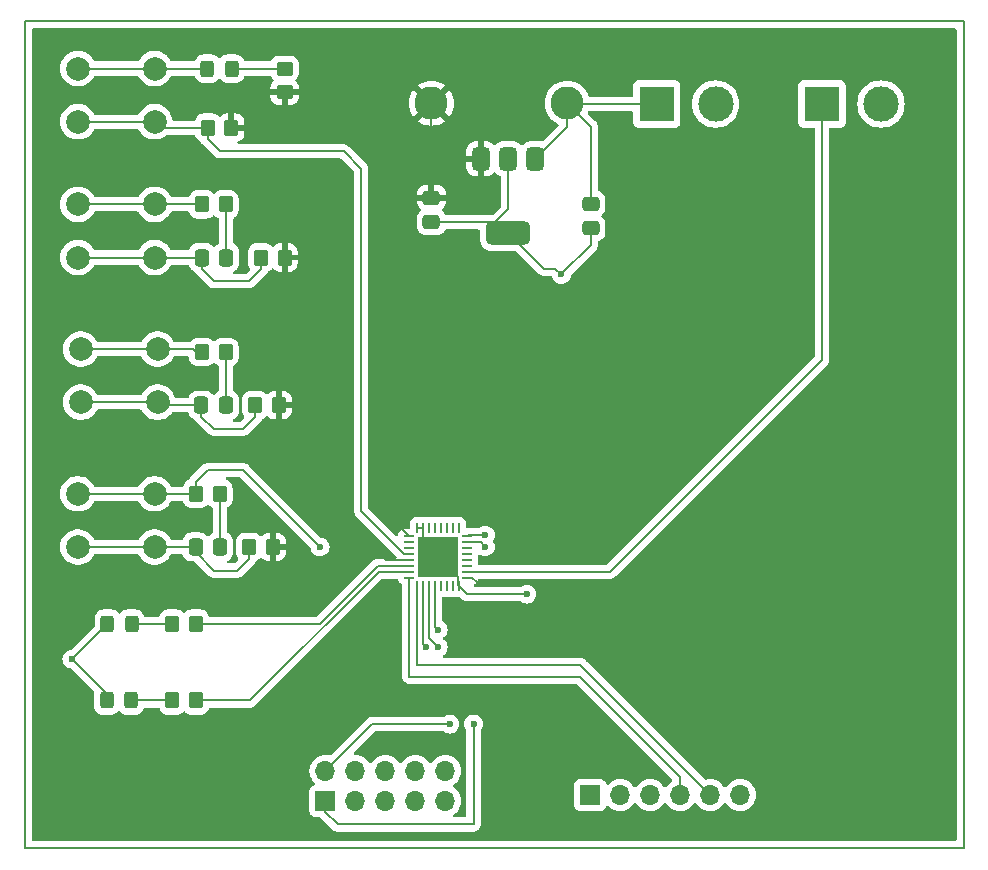
<source format=gbr>
%TF.GenerationSoftware,KiCad,Pcbnew,8.0.5*%
%TF.CreationDate,2024-11-07T20:07:23-06:00*%
%TF.ProjectId,LEDDashboard,4c454444-6173-4686-926f-6172642e6b69,rev?*%
%TF.SameCoordinates,Original*%
%TF.FileFunction,Copper,L1,Top*%
%TF.FilePolarity,Positive*%
%FSLAX46Y46*%
G04 Gerber Fmt 4.6, Leading zero omitted, Abs format (unit mm)*
G04 Created by KiCad (PCBNEW 8.0.5) date 2024-11-07 20:07:23*
%MOMM*%
%LPD*%
G01*
G04 APERTURE LIST*
G04 Aperture macros list*
%AMRoundRect*
0 Rectangle with rounded corners*
0 $1 Rounding radius*
0 $2 $3 $4 $5 $6 $7 $8 $9 X,Y pos of 4 corners*
0 Add a 4 corners polygon primitive as box body*
4,1,4,$2,$3,$4,$5,$6,$7,$8,$9,$2,$3,0*
0 Add four circle primitives for the rounded corners*
1,1,$1+$1,$2,$3*
1,1,$1+$1,$4,$5*
1,1,$1+$1,$6,$7*
1,1,$1+$1,$8,$9*
0 Add four rect primitives between the rounded corners*
20,1,$1+$1,$2,$3,$4,$5,0*
20,1,$1+$1,$4,$5,$6,$7,0*
20,1,$1+$1,$6,$7,$8,$9,0*
20,1,$1+$1,$8,$9,$2,$3,0*%
G04 Aperture macros list end*
%TA.AperFunction,NonConductor*%
%ADD10C,0.200000*%
%TD*%
%TA.AperFunction,SMDPad,CuDef*%
%ADD11RoundRect,0.375000X-0.375000X0.625000X-0.375000X-0.625000X0.375000X-0.625000X0.375000X0.625000X0*%
%TD*%
%TA.AperFunction,SMDPad,CuDef*%
%ADD12RoundRect,0.500000X-1.400000X0.500000X-1.400000X-0.500000X1.400000X-0.500000X1.400000X0.500000X0*%
%TD*%
%TA.AperFunction,ComponentPad*%
%ADD13C,2.800000*%
%TD*%
%TA.AperFunction,ComponentPad*%
%ADD14C,2.000000*%
%TD*%
%TA.AperFunction,SMDPad,CuDef*%
%ADD15RoundRect,0.250000X-0.350000X-0.450000X0.350000X-0.450000X0.350000X0.450000X-0.350000X0.450000X0*%
%TD*%
%TA.AperFunction,SMDPad,CuDef*%
%ADD16RoundRect,0.250000X0.350000X0.450000X-0.350000X0.450000X-0.350000X-0.450000X0.350000X-0.450000X0*%
%TD*%
%TA.AperFunction,SMDPad,CuDef*%
%ADD17RoundRect,0.250000X0.450000X-0.350000X0.450000X0.350000X-0.450000X0.350000X-0.450000X-0.350000X0*%
%TD*%
%TA.AperFunction,ComponentPad*%
%ADD18C,3.000000*%
%TD*%
%TA.AperFunction,ComponentPad*%
%ADD19R,3.000000X3.000000*%
%TD*%
%TA.AperFunction,ComponentPad*%
%ADD20R,1.700000X1.700000*%
%TD*%
%TA.AperFunction,ComponentPad*%
%ADD21O,1.700000X1.700000*%
%TD*%
%TA.AperFunction,SMDPad,CuDef*%
%ADD22RoundRect,0.250000X-0.325000X-0.450000X0.325000X-0.450000X0.325000X0.450000X-0.325000X0.450000X0*%
%TD*%
%TA.AperFunction,SMDPad,CuDef*%
%ADD23RoundRect,0.250000X-0.337500X-0.475000X0.337500X-0.475000X0.337500X0.475000X-0.337500X0.475000X0*%
%TD*%
%TA.AperFunction,SMDPad,CuDef*%
%ADD24RoundRect,0.250000X-0.475000X0.337500X-0.475000X-0.337500X0.475000X-0.337500X0.475000X0.337500X0*%
%TD*%
%TA.AperFunction,SMDPad,CuDef*%
%ADD25RoundRect,0.062500X-0.375000X-0.062500X0.375000X-0.062500X0.375000X0.062500X-0.375000X0.062500X0*%
%TD*%
%TA.AperFunction,SMDPad,CuDef*%
%ADD26RoundRect,0.062500X-0.062500X-0.375000X0.062500X-0.375000X0.062500X0.375000X-0.062500X0.375000X0*%
%TD*%
%TA.AperFunction,HeatsinkPad*%
%ADD27R,3.450000X3.450000*%
%TD*%
%TA.AperFunction,ViaPad*%
%ADD28C,0.600000*%
%TD*%
%TA.AperFunction,Conductor*%
%ADD29C,0.200000*%
%TD*%
G04 APERTURE END LIST*
D10*
X24000000Y-21000000D02*
X103500000Y-21000000D01*
X103500000Y-91000000D01*
X24000000Y-91000000D01*
X24000000Y-21000000D01*
D11*
%TO.P,U2,3,VO*%
%TO.N,+3.3V*%
X62632500Y-32632500D03*
D12*
%TO.P,U2,2,GND*%
%TO.N,GND*%
X64932500Y-38932500D03*
D11*
X64932500Y-32632500D03*
%TO.P,U2,1,VI*%
%TO.N,+5V*%
X67232500Y-32632500D03*
%TD*%
D13*
%TO.P,TP2,1,1*%
%TO.N,+3.3V*%
X58432500Y-27932500D03*
%TD*%
%TO.P,TP1,1,1*%
%TO.N,+5V*%
X69932500Y-27932500D03*
%TD*%
D14*
%TO.P,SW4,1,1*%
%TO.N,Net-(U1-PA6)*%
X28500000Y-61000000D03*
X35000000Y-61000000D03*
%TO.P,SW4,2,2*%
%TO.N,Net-(C5-Pad1)*%
X28500000Y-65500000D03*
X35000000Y-65500000D03*
%TD*%
%TO.P,SW3,1,1*%
%TO.N,Net-(U1-PA5)*%
X28750000Y-48750000D03*
X35250000Y-48750000D03*
%TO.P,SW3,2,2*%
%TO.N,Net-(C4-Pad1)*%
X28750000Y-53250000D03*
X35250000Y-53250000D03*
%TD*%
%TO.P,SW2,1,1*%
%TO.N,Net-(U1-PA4)*%
X28500000Y-36500000D03*
X35000000Y-36500000D03*
%TO.P,SW2,2,2*%
%TO.N,Net-(C3-Pad1)*%
X28500000Y-41000000D03*
X35000000Y-41000000D03*
%TD*%
%TO.P,SW1,1,1*%
%TO.N,GND*%
X28500000Y-25000000D03*
X35000000Y-25000000D03*
%TO.P,SW1,2,2*%
%TO.N,Net-(U1-NRST)*%
X28500000Y-29500000D03*
X35000000Y-29500000D03*
%TD*%
D15*
%TO.P,R10,1*%
%TO.N,Net-(C5-Pad1)*%
X43000000Y-65500000D03*
%TO.P,R10,2*%
%TO.N,+3.3V*%
X45000000Y-65500000D03*
%TD*%
%TO.P,R9,1*%
%TO.N,Net-(U1-PA6)*%
X38500000Y-61000000D03*
%TO.P,R9,2*%
%TO.N,Net-(C5-Pad2)*%
X40500000Y-61000000D03*
%TD*%
%TO.P,R8,1*%
%TO.N,Net-(C4-Pad1)*%
X43500000Y-53500000D03*
%TO.P,R8,2*%
%TO.N,+3.3V*%
X45500000Y-53500000D03*
%TD*%
%TO.P,R7,1*%
%TO.N,Net-(U1-PA5)*%
X39000000Y-49000000D03*
%TO.P,R7,2*%
%TO.N,Net-(C4-Pad2)*%
X41000000Y-49000000D03*
%TD*%
%TO.P,R6,1*%
%TO.N,Net-(C3-Pad1)*%
X44000000Y-41000000D03*
%TO.P,R6,2*%
%TO.N,+3.3V*%
X46000000Y-41000000D03*
%TD*%
%TO.P,R5,1*%
%TO.N,Net-(U1-PA4)*%
X39000000Y-36500000D03*
%TO.P,R5,2*%
%TO.N,Net-(C3-Pad2)*%
X41000000Y-36500000D03*
%TD*%
%TO.P,R4,1*%
%TO.N,Net-(D3-A)*%
X36500000Y-78500000D03*
%TO.P,R4,2*%
%TO.N,Net-(U1-PA1)*%
X38500000Y-78500000D03*
%TD*%
%TO.P,R3,1*%
%TO.N,Net-(D2-A)*%
X36500000Y-72000000D03*
%TO.P,R3,2*%
%TO.N,Net-(U1-PA0)*%
X38500000Y-72000000D03*
%TD*%
D16*
%TO.P,R2,1*%
%TO.N,+3.3V*%
X41500000Y-30000000D03*
%TO.P,R2,2*%
%TO.N,Net-(U1-NRST)*%
X39500000Y-30000000D03*
%TD*%
D17*
%TO.P,R1,1*%
%TO.N,+3.3V*%
X46000000Y-27000000D03*
%TO.P,R1,2*%
%TO.N,Net-(D1-A)*%
X46000000Y-25000000D03*
%TD*%
D18*
%TO.P,J4,2,Pin_2*%
%TO.N,GND*%
X96500000Y-28000000D03*
D19*
%TO.P,J4,1,Pin_1*%
%TO.N,/LedData*%
X91500000Y-28000000D03*
%TD*%
D18*
%TO.P,J3,2,Pin_2*%
%TO.N,GND*%
X82500000Y-28000000D03*
D19*
%TO.P,J3,1,Pin_1*%
%TO.N,+5V*%
X77500000Y-28000000D03*
%TD*%
D20*
%TO.P,J2,1,Pin_1*%
%TO.N,/SWCLK*%
X49460000Y-87000000D03*
D21*
%TO.P,J2,2,Pin_2*%
%TO.N,/SWDIO*%
X49460000Y-84460000D03*
%TO.P,J2,3,Pin_3*%
%TO.N,GND*%
X52000000Y-87000000D03*
%TO.P,J2,4,Pin_4*%
X52000000Y-84460000D03*
%TO.P,J2,5,Pin_5*%
%TO.N,unconnected-(J2-Pin_5-Pad5)*%
X54540000Y-87000000D03*
%TO.P,J2,6,Pin_6*%
%TO.N,unconnected-(J2-Pin_6-Pad6)*%
X54540000Y-84460000D03*
%TO.P,J2,7,Pin_7*%
%TO.N,unconnected-(J2-Pin_7-Pad7)*%
X57080000Y-87000000D03*
%TO.P,J2,8,Pin_8*%
%TO.N,unconnected-(J2-Pin_8-Pad8)*%
X57080000Y-84460000D03*
%TO.P,J2,9,Pin_9*%
%TO.N,unconnected-(J2-Pin_9-Pad9)*%
X59620000Y-87000000D03*
%TO.P,J2,10,Pin_10*%
%TO.N,unconnected-(J2-Pin_10-Pad10)*%
X59620000Y-84460000D03*
%TD*%
D20*
%TO.P,J1,1,Pin_1*%
%TO.N,GND*%
X71880000Y-86500000D03*
D21*
%TO.P,J1,2,Pin_2*%
%TO.N,unconnected-(J1-Pin_2-Pad2)*%
X74420000Y-86500000D03*
%TO.P,J1,3,Pin_3*%
%TO.N,unconnected-(J1-Pin_3-Pad3)*%
X76960000Y-86500000D03*
%TO.P,J1,4,Pin_4*%
%TO.N,/TX*%
X79500000Y-86500000D03*
%TO.P,J1,5,Pin_5*%
%TO.N,/RX*%
X82040000Y-86500000D03*
%TO.P,J1,6,Pin_6*%
%TO.N,unconnected-(J1-Pin_6-Pad6)*%
X84580000Y-86500000D03*
%TD*%
D22*
%TO.P,D3,1,K*%
%TO.N,GND*%
X30950000Y-78500000D03*
%TO.P,D3,2,A*%
%TO.N,Net-(D3-A)*%
X33000000Y-78500000D03*
%TD*%
%TO.P,D2,1,K*%
%TO.N,GND*%
X31000000Y-72000000D03*
%TO.P,D2,2,A*%
%TO.N,Net-(D2-A)*%
X33050000Y-72000000D03*
%TD*%
%TO.P,D1,1,K*%
%TO.N,GND*%
X39475000Y-25000000D03*
%TO.P,D1,2,A*%
%TO.N,Net-(D1-A)*%
X41525000Y-25000000D03*
%TD*%
D23*
%TO.P,C5,1*%
%TO.N,Net-(C5-Pad1)*%
X38462500Y-65500000D03*
%TO.P,C5,2*%
%TO.N,Net-(C5-Pad2)*%
X40537500Y-65500000D03*
%TD*%
%TO.P,C4,1*%
%TO.N,Net-(C4-Pad1)*%
X38962500Y-53500000D03*
%TO.P,C4,2*%
%TO.N,Net-(C4-Pad2)*%
X41037500Y-53500000D03*
%TD*%
%TO.P,C3,1*%
%TO.N,Net-(C3-Pad1)*%
X39000000Y-41000000D03*
%TO.P,C3,2*%
%TO.N,Net-(C3-Pad2)*%
X41075000Y-41000000D03*
%TD*%
D24*
%TO.P,C2,2*%
%TO.N,GND*%
X58432500Y-38007500D03*
%TO.P,C2,1*%
%TO.N,+3.3V*%
X58432500Y-35932500D03*
%TD*%
%TO.P,C1,2*%
%TO.N,GND*%
X71932500Y-38507500D03*
%TO.P,C1,1*%
%TO.N,+5V*%
X71932500Y-36432500D03*
%TD*%
D25*
%TO.P,U1,1,VDD*%
%TO.N,+3.3V*%
X56562500Y-64600000D03*
%TO.P,U1,2,PC14*%
%TO.N,unconnected-(U1-PC14-Pad2)*%
X56562500Y-65100000D03*
%TO.P,U1,3,PC15*%
%TO.N,unconnected-(U1-PC15-Pad3)*%
X56562500Y-65600000D03*
%TO.P,U1,4,NRST*%
%TO.N,Net-(U1-NRST)*%
X56562500Y-66100000D03*
%TO.P,U1,5,VDDA*%
%TO.N,+3.3V*%
X56562500Y-66600000D03*
%TO.P,U1,6,PA0*%
%TO.N,Net-(U1-PA0)*%
X56562500Y-67100000D03*
%TO.P,U1,7,PA1*%
%TO.N,Net-(U1-PA1)*%
X56562500Y-67600000D03*
%TO.P,U1,8,PA2*%
%TO.N,/TX*%
X56562500Y-68100000D03*
D26*
%TO.P,U1,9,PA3*%
%TO.N,/RX*%
X57250000Y-68787500D03*
%TO.P,U1,10,PA4*%
%TO.N,Net-(U1-PA4)*%
X57750000Y-68787500D03*
%TO.P,U1,11,PA5*%
%TO.N,Net-(U1-PA5)*%
X58250000Y-68787500D03*
%TO.P,U1,12,PA6*%
%TO.N,Net-(U1-PA6)*%
X58750000Y-68787500D03*
%TO.P,U1,13,PA7*%
%TO.N,unconnected-(U1-PA7-Pad13)*%
X59250000Y-68787500D03*
%TO.P,U1,14,PB0*%
%TO.N,unconnected-(U1-PB0-Pad14)*%
X59750000Y-68787500D03*
%TO.P,U1,15,PB1*%
%TO.N,unconnected-(U1-PB1-Pad15)*%
X60250000Y-68787500D03*
%TO.P,U1,16,VSS*%
%TO.N,GND*%
X60750000Y-68787500D03*
D25*
%TO.P,U1,17,VDD*%
%TO.N,+3.3V*%
X61437500Y-68100000D03*
%TO.P,U1,18,PA8*%
%TO.N,/LedData*%
X61437500Y-67600000D03*
%TO.P,U1,19,PA9*%
%TO.N,unconnected-(U1-PA9-Pad19)*%
X61437500Y-67100000D03*
%TO.P,U1,20,PA10*%
%TO.N,unconnected-(U1-PA10-Pad20)*%
X61437500Y-66600000D03*
%TO.P,U1,21,PA11*%
%TO.N,unconnected-(U1-PA11-Pad21)*%
X61437500Y-66100000D03*
%TO.P,U1,22,PA12*%
%TO.N,unconnected-(U1-PA12-Pad22)*%
X61437500Y-65600000D03*
%TO.P,U1,23,PA13*%
%TO.N,/SWDIO*%
X61437500Y-65100000D03*
%TO.P,U1,24,PA14*%
%TO.N,/SWCLK*%
X61437500Y-64600000D03*
D26*
%TO.P,U1,25,PA15*%
%TO.N,unconnected-(U1-PA15-Pad25)*%
X60750000Y-63912500D03*
%TO.P,U1,26,PB3*%
%TO.N,unconnected-(U1-PB3-Pad26)*%
X60250000Y-63912500D03*
%TO.P,U1,27,PB4*%
%TO.N,unconnected-(U1-PB4-Pad27)*%
X59750000Y-63912500D03*
%TO.P,U1,28,PB5*%
%TO.N,unconnected-(U1-PB5-Pad28)*%
X59250000Y-63912500D03*
%TO.P,U1,29,PB6*%
%TO.N,unconnected-(U1-PB6-Pad29)*%
X58750000Y-63912500D03*
%TO.P,U1,30,PB7*%
%TO.N,unconnected-(U1-PB7-Pad30)*%
X58250000Y-63912500D03*
%TO.P,U1,31,PH3*%
%TO.N,GND*%
X57750000Y-63912500D03*
%TO.P,U1,32,VSS*%
X57250000Y-63912500D03*
D27*
%TO.P,U1,33,VSS*%
X59000000Y-66350000D03*
%TD*%
D28*
%TO.N,Net-(U1-PA5)*%
X59000000Y-74000000D03*
%TO.N,Net-(U1-PA4)*%
X58000000Y-74000000D03*
%TO.N,Net-(U1-PA6)*%
X59000000Y-72500000D03*
X49000000Y-65500000D03*
%TO.N,/SWDIO*%
X63000000Y-65500000D03*
%TO.N,/SWCLK*%
X63000000Y-64500000D03*
%TO.N,/SWDIO*%
X60000000Y-80500000D03*
%TO.N,/SWCLK*%
X62000000Y-80500000D03*
%TO.N,GND*%
X66500000Y-69500000D03*
X28000000Y-75000000D03*
X69432500Y-42432500D03*
%TD*%
D29*
%TO.N,/LedData*%
X73535000Y-67600000D02*
X91500000Y-49635000D01*
X91500000Y-49635000D02*
X91500000Y-28000000D01*
%TO.N,+3.3V*%
X56562500Y-66600000D02*
X54600000Y-66600000D01*
X54600000Y-66600000D02*
X54000000Y-66000000D01*
X55500000Y-63537500D02*
X55500000Y-63000000D01*
X56562500Y-64600000D02*
X55500000Y-63537500D01*
%TO.N,Net-(U1-PA6)*%
X59000000Y-72500000D02*
X58750000Y-72250000D01*
X58750000Y-72250000D02*
X58750000Y-68787500D01*
%TO.N,+3.3V*%
X62300000Y-68500000D02*
X65500000Y-68500000D01*
X61900000Y-68100000D02*
X62300000Y-68500000D01*
X61437500Y-68100000D02*
X61900000Y-68100000D01*
%TO.N,Net-(U1-PA5)*%
X58250000Y-73250000D02*
X59000000Y-74000000D01*
X58250000Y-68787500D02*
X58250000Y-73250000D01*
%TO.N,Net-(U1-PA4)*%
X57750000Y-73750000D02*
X58000000Y-74000000D01*
X57750000Y-68787500D02*
X57750000Y-73750000D01*
%TO.N,/RX*%
X82040000Y-86500000D02*
X71040000Y-75500000D01*
X71040000Y-75500000D02*
X57250000Y-75500000D01*
X57250000Y-75500000D02*
X57250000Y-68787500D01*
%TO.N,/TX*%
X79500000Y-86500000D02*
X79500000Y-85012843D01*
X79500000Y-85012843D02*
X70987157Y-76500000D01*
X70987157Y-76500000D02*
X56562500Y-76500000D01*
X56562500Y-76500000D02*
X56562500Y-68100000D01*
%TO.N,Net-(U1-PA6)*%
X38500000Y-60000000D02*
X39500000Y-59000000D01*
X42500000Y-59000000D02*
X49000000Y-65500000D01*
X38500000Y-61000000D02*
X38500000Y-60000000D01*
X39500000Y-59000000D02*
X42500000Y-59000000D01*
%TO.N,/SWDIO*%
X63000000Y-65500000D02*
X62600000Y-65100000D01*
X62600000Y-65100000D02*
X61437500Y-65100000D01*
%TO.N,/SWCLK*%
X63000000Y-64500000D02*
X61537500Y-64500000D01*
X61537500Y-64500000D02*
X61437500Y-64600000D01*
X49460000Y-87960000D02*
X50500000Y-89000000D01*
X62000000Y-89000000D02*
X62000000Y-80500000D01*
X49460000Y-87000000D02*
X49460000Y-87960000D01*
X50500000Y-89000000D02*
X62000000Y-89000000D01*
%TO.N,/SWDIO*%
X53420000Y-80500000D02*
X60000000Y-80500000D01*
X49460000Y-84460000D02*
X53420000Y-80500000D01*
%TO.N,Net-(U1-NRST)*%
X56562500Y-66100000D02*
X56110614Y-66100000D01*
X56110614Y-66100000D02*
X52500000Y-62489386D01*
X51000000Y-32000000D02*
X40500000Y-32000000D01*
X52500000Y-33500000D02*
X51000000Y-32000000D01*
X52500000Y-62489386D02*
X52500000Y-33500000D01*
X40500000Y-32000000D02*
X39500000Y-31000000D01*
X39500000Y-31000000D02*
X39500000Y-30000000D01*
%TO.N,Net-(C3-Pad2)*%
X41075000Y-41000000D02*
X41075000Y-36575000D01*
X41075000Y-36575000D02*
X41000000Y-36500000D01*
%TO.N,Net-(C3-Pad1)*%
X40000000Y-43000000D02*
X43000000Y-43000000D01*
X39000000Y-41000000D02*
X39000000Y-42000000D01*
X44000000Y-42000000D02*
X44000000Y-41000000D01*
X39000000Y-42000000D02*
X40000000Y-43000000D01*
X43000000Y-43000000D02*
X44000000Y-42000000D01*
X39000000Y-41000000D02*
X35000000Y-41000000D01*
%TO.N,Net-(C4-Pad1)*%
X43500000Y-53500000D02*
X43500000Y-54500000D01*
X42500000Y-55500000D02*
X40000000Y-55500000D01*
X43500000Y-54500000D02*
X42500000Y-55500000D01*
X40000000Y-55500000D02*
X38962500Y-54462500D01*
X38962500Y-54462500D02*
X38962500Y-53500000D01*
%TO.N,Net-(C4-Pad2)*%
X41037500Y-53500000D02*
X41037500Y-49037500D01*
X41037500Y-49037500D02*
X41000000Y-49000000D01*
%TO.N,Net-(C4-Pad1)*%
X38962500Y-53500000D02*
X35500000Y-53500000D01*
X35500000Y-53500000D02*
X35250000Y-53250000D01*
%TO.N,Net-(C5-Pad1)*%
X40000000Y-67500000D02*
X42000000Y-67500000D01*
X42000000Y-67500000D02*
X43000000Y-66500000D01*
X38462500Y-65500000D02*
X38462500Y-65962500D01*
X43000000Y-66500000D02*
X43000000Y-65500000D01*
X38462500Y-65962500D02*
X40000000Y-67500000D01*
X38462500Y-65500000D02*
X35000000Y-65500000D01*
%TO.N,Net-(C5-Pad2)*%
X40500000Y-61000000D02*
X40500000Y-61500000D01*
X40500000Y-61500000D02*
X40537500Y-61537500D01*
X40537500Y-61537500D02*
X40537500Y-65500000D01*
%TO.N,Net-(U1-PA6)*%
X35000000Y-61000000D02*
X28500000Y-61000000D01*
X38500000Y-61000000D02*
X35000000Y-61000000D01*
%TO.N,Net-(U1-PA5)*%
X35250000Y-48750000D02*
X28750000Y-48750000D01*
X39000000Y-49000000D02*
X38500000Y-49000000D01*
X38500000Y-49000000D02*
X38250000Y-48750000D01*
X38250000Y-48750000D02*
X35250000Y-48750000D01*
%TO.N,Net-(U1-PA4)*%
X35000000Y-36500000D02*
X28500000Y-36500000D01*
X39000000Y-36500000D02*
X35000000Y-36500000D01*
%TO.N,Net-(U1-NRST)*%
X35000000Y-29500000D02*
X35500000Y-29500000D01*
X36000000Y-30000000D02*
X39500000Y-30000000D01*
X35500000Y-29500000D02*
X36000000Y-30000000D01*
%TO.N,GND*%
X35000000Y-25000000D02*
X28500000Y-25000000D01*
X39475000Y-25000000D02*
X35000000Y-25000000D01*
%TO.N,Net-(D1-A)*%
X46000000Y-25000000D02*
X41525000Y-25000000D01*
%TO.N,+5V*%
X67432500Y-32432500D02*
X69932500Y-29932500D01*
X69932500Y-29932500D02*
X69932500Y-27932500D01*
%TO.N,GND*%
X64932500Y-32432500D02*
X64932500Y-36932500D01*
X64932500Y-36932500D02*
X63932500Y-37932500D01*
X64932500Y-38932500D02*
X64007500Y-38007500D01*
X64007500Y-38007500D02*
X58432500Y-38007500D01*
X69432500Y-42432500D02*
X68932500Y-41932500D01*
X67932500Y-41932500D02*
X64932500Y-38932500D01*
X68932500Y-41932500D02*
X67932500Y-41932500D01*
X69432500Y-42432500D02*
X71932500Y-39932500D01*
X71932500Y-39932500D02*
X71932500Y-38507500D01*
X31000000Y-72000000D02*
X28000000Y-75000000D01*
X30950000Y-78500000D02*
X30950000Y-77950000D01*
X30950000Y-77950000D02*
X28000000Y-75000000D01*
X57750000Y-63912500D02*
X57250000Y-63912500D01*
X59000000Y-66350000D02*
X57750000Y-65100000D01*
X57750000Y-65100000D02*
X57750000Y-63912500D01*
X60750000Y-68787500D02*
X60700000Y-68737500D01*
X60700000Y-68737500D02*
X60700000Y-68050000D01*
X60700000Y-68050000D02*
X59000000Y-66350000D01*
X66500000Y-69500000D02*
X61462500Y-69500000D01*
X61462500Y-69500000D02*
X60750000Y-68787500D01*
%TO.N,/LedData*%
X73535000Y-67600000D02*
X61437500Y-67600000D01*
%TO.N,Net-(U1-PA0)*%
X38500000Y-72000000D02*
X49000000Y-72000000D01*
X49000000Y-72000000D02*
X53900000Y-67100000D01*
X53900000Y-67100000D02*
X56562500Y-67100000D01*
%TO.N,Net-(U1-PA1)*%
X56562500Y-67600000D02*
X53965686Y-67600000D01*
X53965686Y-67600000D02*
X43065686Y-78500000D01*
X43065686Y-78500000D02*
X38500000Y-78500000D01*
%TO.N,+3.3V*%
X58432500Y-27932500D02*
X58432500Y-35932500D01*
%TO.N,+5V*%
X77500000Y-28000000D02*
X70000000Y-28000000D01*
X70000000Y-28000000D02*
X69932500Y-27932500D01*
X71932500Y-36432500D02*
X71932500Y-29932500D01*
X71932500Y-29932500D02*
X69932500Y-27932500D01*
%TO.N,Net-(U1-NRST)*%
X35000000Y-29500000D02*
X28500000Y-29500000D01*
%TO.N,Net-(C3-Pad1)*%
X35000000Y-41000000D02*
X28500000Y-41000000D01*
%TO.N,Net-(C5-Pad1)*%
X35000000Y-65500000D02*
X28500000Y-65500000D01*
%TO.N,Net-(C4-Pad1)*%
X35250000Y-53250000D02*
X28750000Y-53250000D01*
%TO.N,Net-(D2-A)*%
X36500000Y-72000000D02*
X33050000Y-72000000D01*
%TO.N,Net-(D3-A)*%
X33000000Y-78500000D02*
X36500000Y-78500000D01*
%TD*%
%TA.AperFunction,Conductor*%
%TO.N,+3.3V*%
G36*
X102842539Y-21620185D02*
G01*
X102888294Y-21672989D01*
X102899500Y-21724500D01*
X102899500Y-90275500D01*
X102879815Y-90342539D01*
X102827011Y-90388294D01*
X102775500Y-90399500D01*
X24724500Y-90399500D01*
X24657461Y-90379815D01*
X24611706Y-90327011D01*
X24600500Y-90275500D01*
X24600500Y-84459999D01*
X48104341Y-84459999D01*
X48104341Y-84460000D01*
X48124936Y-84695403D01*
X48124938Y-84695413D01*
X48186094Y-84923655D01*
X48186096Y-84923659D01*
X48186097Y-84923663D01*
X48190000Y-84932032D01*
X48285965Y-85137830D01*
X48285967Y-85137834D01*
X48346602Y-85224429D01*
X48421501Y-85331396D01*
X48421506Y-85331402D01*
X48543430Y-85453326D01*
X48576915Y-85514649D01*
X48571931Y-85584341D01*
X48530059Y-85640274D01*
X48499083Y-85657189D01*
X48367669Y-85706203D01*
X48367664Y-85706206D01*
X48252455Y-85792452D01*
X48252452Y-85792455D01*
X48166206Y-85907664D01*
X48166202Y-85907671D01*
X48115908Y-86042517D01*
X48109501Y-86102116D01*
X48109500Y-86102135D01*
X48109500Y-87897870D01*
X48109501Y-87897876D01*
X48115908Y-87957483D01*
X48166202Y-88092328D01*
X48166206Y-88092335D01*
X48252452Y-88207544D01*
X48252455Y-88207547D01*
X48367664Y-88293793D01*
X48367671Y-88293797D01*
X48412618Y-88310561D01*
X48502517Y-88344091D01*
X48562127Y-88350500D01*
X48949901Y-88350499D01*
X49016940Y-88370183D01*
X49037582Y-88386818D01*
X49098349Y-88447585D01*
X49098355Y-88447590D01*
X50015139Y-89364374D01*
X50015149Y-89364385D01*
X50019479Y-89368715D01*
X50019480Y-89368716D01*
X50131284Y-89480520D01*
X50218095Y-89530639D01*
X50218097Y-89530641D01*
X50256151Y-89552611D01*
X50268215Y-89559577D01*
X50420943Y-89600500D01*
X50420945Y-89600500D01*
X62079055Y-89600500D01*
X62079057Y-89600500D01*
X62231784Y-89559577D01*
X62368716Y-89480520D01*
X62480520Y-89368716D01*
X62559577Y-89231784D01*
X62600500Y-89079057D01*
X62600500Y-81082412D01*
X62620185Y-81015373D01*
X62627555Y-81005097D01*
X62629810Y-81002267D01*
X62629816Y-81002262D01*
X62725789Y-80849522D01*
X62785368Y-80679255D01*
X62805565Y-80500000D01*
X62785368Y-80320745D01*
X62725789Y-80150478D01*
X62629816Y-79997738D01*
X62502262Y-79870184D01*
X62349523Y-79774211D01*
X62179254Y-79714631D01*
X62179249Y-79714630D01*
X62000004Y-79694435D01*
X61999996Y-79694435D01*
X61820750Y-79714630D01*
X61820745Y-79714631D01*
X61650476Y-79774211D01*
X61497737Y-79870184D01*
X61370184Y-79997737D01*
X61274211Y-80150476D01*
X61214631Y-80320745D01*
X61214630Y-80320750D01*
X61194435Y-80499996D01*
X61194435Y-80500003D01*
X61214630Y-80679249D01*
X61214631Y-80679254D01*
X61274211Y-80849523D01*
X61370185Y-81002263D01*
X61372445Y-81005097D01*
X61373334Y-81007275D01*
X61373889Y-81008158D01*
X61373734Y-81008255D01*
X61398855Y-81069783D01*
X61399500Y-81082412D01*
X61399500Y-88275500D01*
X61379815Y-88342539D01*
X61327011Y-88388294D01*
X61275500Y-88399500D01*
X60369110Y-88399500D01*
X60302071Y-88379815D01*
X60256316Y-88327011D01*
X60246372Y-88257853D01*
X60275397Y-88194297D01*
X60297987Y-88173925D01*
X60491401Y-88038495D01*
X60658495Y-87871401D01*
X60794035Y-87677830D01*
X60893903Y-87463663D01*
X60955063Y-87235408D01*
X60975659Y-87000000D01*
X60955063Y-86764592D01*
X60893903Y-86536337D01*
X60794035Y-86322171D01*
X60788425Y-86314158D01*
X60658494Y-86128597D01*
X60491402Y-85961506D01*
X60491396Y-85961501D01*
X60305842Y-85831575D01*
X60262217Y-85776998D01*
X60255023Y-85707500D01*
X60286546Y-85645145D01*
X60305842Y-85628425D01*
X60370101Y-85583430D01*
X60491401Y-85498495D01*
X60658495Y-85331401D01*
X60794035Y-85137830D01*
X60893903Y-84923663D01*
X60955063Y-84695408D01*
X60975659Y-84460000D01*
X60955063Y-84224592D01*
X60893903Y-83996337D01*
X60794035Y-83782171D01*
X60788425Y-83774158D01*
X60658494Y-83588597D01*
X60491402Y-83421506D01*
X60491395Y-83421501D01*
X60297834Y-83285967D01*
X60297830Y-83285965D01*
X60297828Y-83285964D01*
X60083663Y-83186097D01*
X60083659Y-83186096D01*
X60083655Y-83186094D01*
X59855413Y-83124938D01*
X59855403Y-83124936D01*
X59620001Y-83104341D01*
X59619999Y-83104341D01*
X59384596Y-83124936D01*
X59384586Y-83124938D01*
X59156344Y-83186094D01*
X59156335Y-83186098D01*
X58942171Y-83285964D01*
X58942169Y-83285965D01*
X58748597Y-83421505D01*
X58581505Y-83588597D01*
X58451575Y-83774158D01*
X58396998Y-83817783D01*
X58327500Y-83824977D01*
X58265145Y-83793454D01*
X58248425Y-83774158D01*
X58118494Y-83588597D01*
X57951402Y-83421506D01*
X57951395Y-83421501D01*
X57757834Y-83285967D01*
X57757830Y-83285965D01*
X57757828Y-83285964D01*
X57543663Y-83186097D01*
X57543659Y-83186096D01*
X57543655Y-83186094D01*
X57315413Y-83124938D01*
X57315403Y-83124936D01*
X57080001Y-83104341D01*
X57079999Y-83104341D01*
X56844596Y-83124936D01*
X56844586Y-83124938D01*
X56616344Y-83186094D01*
X56616335Y-83186098D01*
X56402171Y-83285964D01*
X56402169Y-83285965D01*
X56208597Y-83421505D01*
X56041505Y-83588597D01*
X55911575Y-83774158D01*
X55856998Y-83817783D01*
X55787500Y-83824977D01*
X55725145Y-83793454D01*
X55708425Y-83774158D01*
X55578494Y-83588597D01*
X55411402Y-83421506D01*
X55411395Y-83421501D01*
X55217834Y-83285967D01*
X55217830Y-83285965D01*
X55217828Y-83285964D01*
X55003663Y-83186097D01*
X55003659Y-83186096D01*
X55003655Y-83186094D01*
X54775413Y-83124938D01*
X54775403Y-83124936D01*
X54540001Y-83104341D01*
X54539999Y-83104341D01*
X54304596Y-83124936D01*
X54304586Y-83124938D01*
X54076344Y-83186094D01*
X54076335Y-83186098D01*
X53862171Y-83285964D01*
X53862169Y-83285965D01*
X53668597Y-83421505D01*
X53501505Y-83588597D01*
X53371575Y-83774158D01*
X53316998Y-83817783D01*
X53247500Y-83824977D01*
X53185145Y-83793454D01*
X53168425Y-83774158D01*
X53038494Y-83588597D01*
X52871402Y-83421506D01*
X52871395Y-83421501D01*
X52677834Y-83285967D01*
X52677830Y-83285965D01*
X52677828Y-83285964D01*
X52463663Y-83186097D01*
X52463659Y-83186096D01*
X52463655Y-83186094D01*
X52235413Y-83124938D01*
X52235403Y-83124936D01*
X52000001Y-83104341D01*
X51999998Y-83104341D01*
X51972154Y-83106777D01*
X51903654Y-83093010D01*
X51853471Y-83044395D01*
X51837538Y-82976366D01*
X51860913Y-82910523D01*
X51873666Y-82895568D01*
X53632417Y-81136819D01*
X53693740Y-81103334D01*
X53720098Y-81100500D01*
X59417588Y-81100500D01*
X59484627Y-81120185D01*
X59494903Y-81127555D01*
X59497736Y-81129814D01*
X59497738Y-81129816D01*
X59650478Y-81225789D01*
X59820745Y-81285368D01*
X59820750Y-81285369D01*
X59999996Y-81305565D01*
X60000000Y-81305565D01*
X60000004Y-81305565D01*
X60179249Y-81285369D01*
X60179252Y-81285368D01*
X60179255Y-81285368D01*
X60349522Y-81225789D01*
X60502262Y-81129816D01*
X60629816Y-81002262D01*
X60725789Y-80849522D01*
X60785368Y-80679255D01*
X60805565Y-80500000D01*
X60785368Y-80320745D01*
X60725789Y-80150478D01*
X60629816Y-79997738D01*
X60502262Y-79870184D01*
X60349523Y-79774211D01*
X60179254Y-79714631D01*
X60179249Y-79714630D01*
X60000004Y-79694435D01*
X59999996Y-79694435D01*
X59820750Y-79714630D01*
X59820745Y-79714631D01*
X59650476Y-79774211D01*
X59497736Y-79870185D01*
X59494903Y-79872445D01*
X59492724Y-79873334D01*
X59491842Y-79873889D01*
X59491744Y-79873734D01*
X59430217Y-79898855D01*
X59417588Y-79899500D01*
X53506670Y-79899500D01*
X53506654Y-79899499D01*
X53499058Y-79899499D01*
X53340943Y-79899499D01*
X53264579Y-79919961D01*
X53188214Y-79940423D01*
X53188209Y-79940426D01*
X53051290Y-80019475D01*
X53051282Y-80019481D01*
X49943530Y-83127233D01*
X49882207Y-83160718D01*
X49823756Y-83159327D01*
X49695413Y-83124938D01*
X49695403Y-83124936D01*
X49460001Y-83104341D01*
X49459999Y-83104341D01*
X49224596Y-83124936D01*
X49224586Y-83124938D01*
X48996344Y-83186094D01*
X48996335Y-83186098D01*
X48782171Y-83285964D01*
X48782169Y-83285965D01*
X48588597Y-83421505D01*
X48421505Y-83588597D01*
X48285965Y-83782169D01*
X48285964Y-83782171D01*
X48186098Y-83996335D01*
X48186094Y-83996344D01*
X48124938Y-84224586D01*
X48124936Y-84224596D01*
X48104341Y-84459999D01*
X24600500Y-84459999D01*
X24600500Y-60999994D01*
X26994357Y-60999994D01*
X26994357Y-61000005D01*
X27014890Y-61247812D01*
X27014892Y-61247824D01*
X27075936Y-61488881D01*
X27175826Y-61716606D01*
X27311833Y-61924782D01*
X27344245Y-61959991D01*
X27480256Y-62107738D01*
X27676491Y-62260474D01*
X27895190Y-62378828D01*
X28130386Y-62459571D01*
X28375665Y-62500500D01*
X28624335Y-62500500D01*
X28869614Y-62459571D01*
X29104810Y-62378828D01*
X29323509Y-62260474D01*
X29519744Y-62107738D01*
X29688164Y-61924785D01*
X29824173Y-61716607D01*
X29842560Y-61674689D01*
X29887517Y-61621204D01*
X29954253Y-61600514D01*
X29956116Y-61600500D01*
X33543884Y-61600500D01*
X33610923Y-61620185D01*
X33656678Y-61672989D01*
X33657440Y-61674689D01*
X33675827Y-61716608D01*
X33811833Y-61924782D01*
X33844245Y-61959991D01*
X33980256Y-62107738D01*
X34176491Y-62260474D01*
X34395190Y-62378828D01*
X34630386Y-62459571D01*
X34875665Y-62500500D01*
X35124335Y-62500500D01*
X35369614Y-62459571D01*
X35604810Y-62378828D01*
X35823509Y-62260474D01*
X36019744Y-62107738D01*
X36188164Y-61924785D01*
X36324173Y-61716607D01*
X36342560Y-61674689D01*
X36387517Y-61621204D01*
X36454253Y-61600514D01*
X36456116Y-61600500D01*
X37319699Y-61600500D01*
X37386738Y-61620185D01*
X37432493Y-61672989D01*
X37437403Y-61685492D01*
X37465186Y-61769334D01*
X37557288Y-61918656D01*
X37681344Y-62042712D01*
X37830666Y-62134814D01*
X37997203Y-62189999D01*
X38099991Y-62200500D01*
X38900008Y-62200499D01*
X38900016Y-62200498D01*
X38900019Y-62200498D01*
X38956302Y-62194748D01*
X39002797Y-62189999D01*
X39169334Y-62134814D01*
X39318656Y-62042712D01*
X39412319Y-61949049D01*
X39473642Y-61915564D01*
X39543334Y-61920548D01*
X39587681Y-61949049D01*
X39681344Y-62042712D01*
X39830666Y-62134814D01*
X39852001Y-62141883D01*
X39909446Y-62181653D01*
X39936271Y-62246167D01*
X39937000Y-62259590D01*
X39937000Y-64236232D01*
X39917315Y-64303271D01*
X39878098Y-64341769D01*
X39796237Y-64392262D01*
X39731342Y-64432289D01*
X39607285Y-64556346D01*
X39605537Y-64559182D01*
X39603829Y-64560717D01*
X39602807Y-64562011D01*
X39602585Y-64561836D01*
X39553589Y-64605905D01*
X39484626Y-64617126D01*
X39420544Y-64589282D01*
X39394463Y-64559182D01*
X39392714Y-64556346D01*
X39268657Y-64432289D01*
X39268656Y-64432288D01*
X39119334Y-64340186D01*
X38952797Y-64285001D01*
X38952795Y-64285000D01*
X38850010Y-64274500D01*
X38074998Y-64274500D01*
X38074980Y-64274501D01*
X37972203Y-64285000D01*
X37972200Y-64285001D01*
X37805668Y-64340185D01*
X37805663Y-64340187D01*
X37656342Y-64432289D01*
X37532289Y-64556342D01*
X37440187Y-64705663D01*
X37440185Y-64705668D01*
X37431831Y-64730880D01*
X37414431Y-64783391D01*
X37404121Y-64814504D01*
X37364348Y-64871949D01*
X37299833Y-64898772D01*
X37286415Y-64899500D01*
X36456116Y-64899500D01*
X36389077Y-64879815D01*
X36343322Y-64827011D01*
X36342560Y-64825311D01*
X36324172Y-64783391D01*
X36188166Y-64575217D01*
X36161013Y-64545721D01*
X36019744Y-64392262D01*
X35823509Y-64239526D01*
X35823507Y-64239525D01*
X35823506Y-64239524D01*
X35604811Y-64121172D01*
X35604802Y-64121169D01*
X35369616Y-64040429D01*
X35124335Y-63999500D01*
X34875665Y-63999500D01*
X34630383Y-64040429D01*
X34395197Y-64121169D01*
X34395188Y-64121172D01*
X34176493Y-64239524D01*
X33980257Y-64392261D01*
X33811833Y-64575217D01*
X33675827Y-64783391D01*
X33657440Y-64825311D01*
X33612483Y-64878796D01*
X33545747Y-64899486D01*
X33543884Y-64899500D01*
X29956116Y-64899500D01*
X29889077Y-64879815D01*
X29843322Y-64827011D01*
X29842560Y-64825311D01*
X29824172Y-64783391D01*
X29688166Y-64575217D01*
X29661013Y-64545721D01*
X29519744Y-64392262D01*
X29323509Y-64239526D01*
X29323507Y-64239525D01*
X29323506Y-64239524D01*
X29104811Y-64121172D01*
X29104802Y-64121169D01*
X28869616Y-64040429D01*
X28624335Y-63999500D01*
X28375665Y-63999500D01*
X28130383Y-64040429D01*
X27895197Y-64121169D01*
X27895188Y-64121172D01*
X27676493Y-64239524D01*
X27480257Y-64392261D01*
X27311833Y-64575217D01*
X27175826Y-64783393D01*
X27075936Y-65011118D01*
X27014892Y-65252175D01*
X27014890Y-65252187D01*
X26994357Y-65499994D01*
X26994357Y-65500005D01*
X27014890Y-65747812D01*
X27014892Y-65747824D01*
X27075936Y-65988881D01*
X27175826Y-66216606D01*
X27311833Y-66424782D01*
X27311836Y-66424785D01*
X27480256Y-66607738D01*
X27676491Y-66760474D01*
X27767031Y-66809472D01*
X27876506Y-66868717D01*
X27895190Y-66878828D01*
X28130386Y-66959571D01*
X28375665Y-67000500D01*
X28624335Y-67000500D01*
X28869614Y-66959571D01*
X29104810Y-66878828D01*
X29323509Y-66760474D01*
X29519744Y-66607738D01*
X29688164Y-66424785D01*
X29824173Y-66216607D01*
X29842560Y-66174689D01*
X29887517Y-66121204D01*
X29954253Y-66100514D01*
X29956116Y-66100500D01*
X33543884Y-66100500D01*
X33610923Y-66120185D01*
X33656678Y-66172989D01*
X33657440Y-66174689D01*
X33675827Y-66216608D01*
X33811833Y-66424782D01*
X33811836Y-66424785D01*
X33980256Y-66607738D01*
X34176491Y-66760474D01*
X34267031Y-66809472D01*
X34376506Y-66868717D01*
X34395190Y-66878828D01*
X34630386Y-66959571D01*
X34875665Y-67000500D01*
X35124335Y-67000500D01*
X35369614Y-66959571D01*
X35604810Y-66878828D01*
X35823509Y-66760474D01*
X36019744Y-66607738D01*
X36188164Y-66424785D01*
X36324173Y-66216607D01*
X36342560Y-66174689D01*
X36387517Y-66121204D01*
X36454253Y-66100514D01*
X36456116Y-66100500D01*
X37286415Y-66100500D01*
X37353454Y-66120185D01*
X37399209Y-66172989D01*
X37404118Y-66185489D01*
X37437215Y-66285368D01*
X37440185Y-66294331D01*
X37440187Y-66294336D01*
X37460997Y-66328075D01*
X37532288Y-66443656D01*
X37656344Y-66567712D01*
X37805666Y-66659814D01*
X37972203Y-66714999D01*
X38074991Y-66725500D01*
X38324902Y-66725499D01*
X38391941Y-66745183D01*
X38412583Y-66761818D01*
X39515139Y-67864374D01*
X39515149Y-67864385D01*
X39519479Y-67868715D01*
X39519480Y-67868716D01*
X39631284Y-67980520D01*
X39631286Y-67980521D01*
X39631290Y-67980524D01*
X39768209Y-68059573D01*
X39768216Y-68059577D01*
X39880019Y-68089534D01*
X39920942Y-68100500D01*
X39920943Y-68100500D01*
X41913331Y-68100500D01*
X41913347Y-68100501D01*
X41920943Y-68100501D01*
X42079054Y-68100501D01*
X42079057Y-68100501D01*
X42231785Y-68059577D01*
X42281904Y-68030639D01*
X42368716Y-67980520D01*
X42480520Y-67868716D01*
X42480520Y-67868714D01*
X42490728Y-67858507D01*
X42490729Y-67858504D01*
X43480520Y-66868716D01*
X43559577Y-66731784D01*
X43560090Y-66729866D01*
X43560965Y-66728431D01*
X43562686Y-66724277D01*
X43563333Y-66724545D01*
X43596448Y-66670207D01*
X43640863Y-66644247D01*
X43669334Y-66634814D01*
X43818656Y-66542712D01*
X43912675Y-66448692D01*
X43973994Y-66415210D01*
X44043686Y-66420194D01*
X44088034Y-66448695D01*
X44181654Y-66542315D01*
X44330875Y-66634356D01*
X44330880Y-66634358D01*
X44497302Y-66689505D01*
X44497309Y-66689506D01*
X44600019Y-66699999D01*
X44749999Y-66699999D01*
X45250000Y-66699999D01*
X45399972Y-66699999D01*
X45399986Y-66699998D01*
X45502697Y-66689505D01*
X45669119Y-66634358D01*
X45669124Y-66634356D01*
X45818345Y-66542315D01*
X45942315Y-66418345D01*
X46034356Y-66269124D01*
X46034358Y-66269119D01*
X46089505Y-66102697D01*
X46089506Y-66102690D01*
X46099999Y-65999986D01*
X46100000Y-65999973D01*
X46100000Y-65750000D01*
X45250000Y-65750000D01*
X45250000Y-66699999D01*
X44749999Y-66699999D01*
X44750000Y-66699998D01*
X44750000Y-65250000D01*
X45250000Y-65250000D01*
X46099999Y-65250000D01*
X46099999Y-65000028D01*
X46099998Y-65000013D01*
X46089505Y-64897302D01*
X46034358Y-64730880D01*
X46034356Y-64730875D01*
X45942315Y-64581654D01*
X45818345Y-64457684D01*
X45669124Y-64365643D01*
X45669119Y-64365641D01*
X45502697Y-64310494D01*
X45502690Y-64310493D01*
X45399986Y-64300000D01*
X45250000Y-64300000D01*
X45250000Y-65250000D01*
X44750000Y-65250000D01*
X44750000Y-64300000D01*
X44600027Y-64300000D01*
X44600012Y-64300001D01*
X44497302Y-64310494D01*
X44330880Y-64365641D01*
X44330875Y-64365643D01*
X44181657Y-64457682D01*
X44088034Y-64551305D01*
X44026710Y-64584789D01*
X43957019Y-64579805D01*
X43912672Y-64551304D01*
X43818657Y-64457289D01*
X43818656Y-64457288D01*
X43725888Y-64400069D01*
X43669336Y-64365187D01*
X43669331Y-64365185D01*
X43667862Y-64364698D01*
X43502797Y-64310001D01*
X43502795Y-64310000D01*
X43400010Y-64299500D01*
X42599998Y-64299500D01*
X42599980Y-64299501D01*
X42497203Y-64310000D01*
X42497200Y-64310001D01*
X42330668Y-64365185D01*
X42330663Y-64365187D01*
X42181342Y-64457289D01*
X42057289Y-64581342D01*
X41965187Y-64730663D01*
X41965185Y-64730668D01*
X41947715Y-64783391D01*
X41910001Y-64897203D01*
X41910001Y-64897204D01*
X41910000Y-64897204D01*
X41899500Y-64999983D01*
X41899500Y-66000001D01*
X41899501Y-66000019D01*
X41910000Y-66102796D01*
X41910001Y-66102799D01*
X41965185Y-66269331D01*
X41965187Y-66269336D01*
X41980604Y-66294331D01*
X42057288Y-66418656D01*
X42057290Y-66418658D01*
X42061766Y-66424319D01*
X42060712Y-66425152D01*
X42090502Y-66479708D01*
X42085518Y-66549400D01*
X42057017Y-66593747D01*
X41787584Y-66863181D01*
X41726261Y-66896666D01*
X41699903Y-66899500D01*
X41239433Y-66899500D01*
X41172394Y-66879815D01*
X41126639Y-66827011D01*
X41116695Y-66757853D01*
X41145720Y-66694297D01*
X41188984Y-66665423D01*
X41187791Y-66662864D01*
X41194326Y-66659816D01*
X41194334Y-66659814D01*
X41343656Y-66567712D01*
X41467712Y-66443656D01*
X41559814Y-66294334D01*
X41614999Y-66127797D01*
X41625500Y-66025009D01*
X41625499Y-64974992D01*
X41621314Y-64934027D01*
X41614999Y-64872203D01*
X41614998Y-64872200D01*
X41600024Y-64827011D01*
X41559814Y-64705666D01*
X41467712Y-64556344D01*
X41343656Y-64432288D01*
X41196902Y-64341770D01*
X41150179Y-64289823D01*
X41138000Y-64236232D01*
X41138000Y-62223347D01*
X41157685Y-62156308D01*
X41196901Y-62117810D01*
X41318656Y-62042712D01*
X41442712Y-61918656D01*
X41534814Y-61769334D01*
X41589999Y-61602797D01*
X41600500Y-61500009D01*
X41600499Y-60499992D01*
X41589999Y-60397203D01*
X41534814Y-60230666D01*
X41442712Y-60081344D01*
X41318656Y-59957288D01*
X41225888Y-59900069D01*
X41169336Y-59865187D01*
X41169331Y-59865185D01*
X41140858Y-59855750D01*
X41099983Y-59842205D01*
X41042539Y-59802433D01*
X41015716Y-59737917D01*
X41028031Y-59669142D01*
X41075574Y-59617942D01*
X41138988Y-59600500D01*
X42199903Y-59600500D01*
X42266942Y-59620185D01*
X42287584Y-59636819D01*
X48169298Y-65518533D01*
X48202783Y-65579856D01*
X48204837Y-65592330D01*
X48214630Y-65679249D01*
X48274210Y-65849521D01*
X48361776Y-65988881D01*
X48370184Y-66002262D01*
X48497738Y-66129816D01*
X48569153Y-66174689D01*
X48635866Y-66216608D01*
X48650478Y-66225789D01*
X48774928Y-66269336D01*
X48820745Y-66285368D01*
X48820750Y-66285369D01*
X48999996Y-66305565D01*
X49000000Y-66305565D01*
X49000004Y-66305565D01*
X49179249Y-66285369D01*
X49179252Y-66285368D01*
X49179255Y-66285368D01*
X49349522Y-66225789D01*
X49502262Y-66129816D01*
X49629816Y-66002262D01*
X49725789Y-65849522D01*
X49785368Y-65679255D01*
X49795162Y-65592330D01*
X49805565Y-65500003D01*
X49805565Y-65499996D01*
X49785369Y-65320750D01*
X49785368Y-65320745D01*
X49725789Y-65150478D01*
X49629816Y-64997738D01*
X49502262Y-64870184D01*
X49413648Y-64814504D01*
X49349521Y-64774210D01*
X49179249Y-64714630D01*
X49092330Y-64704837D01*
X49027916Y-64677770D01*
X49018533Y-64669298D01*
X42987590Y-58638355D01*
X42987588Y-58638352D01*
X42868717Y-58519481D01*
X42868716Y-58519480D01*
X42781904Y-58469360D01*
X42781904Y-58469359D01*
X42781900Y-58469358D01*
X42731785Y-58440423D01*
X42579057Y-58399499D01*
X42420943Y-58399499D01*
X42413347Y-58399499D01*
X42413331Y-58399500D01*
X39586670Y-58399500D01*
X39586654Y-58399499D01*
X39579058Y-58399499D01*
X39420943Y-58399499D01*
X39344579Y-58419961D01*
X39268214Y-58440423D01*
X39268209Y-58440426D01*
X39131290Y-58519475D01*
X39131282Y-58519481D01*
X38019481Y-59631282D01*
X38019479Y-59631285D01*
X37969361Y-59718094D01*
X37969359Y-59718096D01*
X37940425Y-59768209D01*
X37940420Y-59768220D01*
X37939904Y-59770148D01*
X37939025Y-59771589D01*
X37937314Y-59775721D01*
X37936669Y-59775453D01*
X37903535Y-59829805D01*
X37859139Y-59855750D01*
X37830667Y-59865185D01*
X37681342Y-59957289D01*
X37557289Y-60081342D01*
X37465187Y-60230663D01*
X37465185Y-60230668D01*
X37437405Y-60314504D01*
X37397632Y-60371949D01*
X37333116Y-60398772D01*
X37319699Y-60399500D01*
X36456116Y-60399500D01*
X36389077Y-60379815D01*
X36343322Y-60327011D01*
X36342560Y-60325311D01*
X36324172Y-60283391D01*
X36188166Y-60075217D01*
X36166557Y-60051744D01*
X36019744Y-59892262D01*
X35823509Y-59739526D01*
X35823507Y-59739525D01*
X35823506Y-59739524D01*
X35604811Y-59621172D01*
X35604802Y-59621169D01*
X35369616Y-59540429D01*
X35124335Y-59499500D01*
X34875665Y-59499500D01*
X34630383Y-59540429D01*
X34395197Y-59621169D01*
X34395188Y-59621172D01*
X34176493Y-59739524D01*
X33980257Y-59892261D01*
X33811833Y-60075217D01*
X33675827Y-60283391D01*
X33657440Y-60325311D01*
X33612483Y-60378796D01*
X33545747Y-60399486D01*
X33543884Y-60399500D01*
X29956116Y-60399500D01*
X29889077Y-60379815D01*
X29843322Y-60327011D01*
X29842560Y-60325311D01*
X29824172Y-60283391D01*
X29688166Y-60075217D01*
X29666557Y-60051744D01*
X29519744Y-59892262D01*
X29323509Y-59739526D01*
X29323507Y-59739525D01*
X29323506Y-59739524D01*
X29104811Y-59621172D01*
X29104802Y-59621169D01*
X28869616Y-59540429D01*
X28624335Y-59499500D01*
X28375665Y-59499500D01*
X28130383Y-59540429D01*
X27895197Y-59621169D01*
X27895188Y-59621172D01*
X27676493Y-59739524D01*
X27480257Y-59892261D01*
X27311833Y-60075217D01*
X27175826Y-60283393D01*
X27075936Y-60511118D01*
X27014892Y-60752175D01*
X27014890Y-60752187D01*
X26994357Y-60999994D01*
X24600500Y-60999994D01*
X24600500Y-48749994D01*
X27244357Y-48749994D01*
X27244357Y-48750005D01*
X27264890Y-48997812D01*
X27264892Y-48997824D01*
X27325936Y-49238881D01*
X27425826Y-49466606D01*
X27561833Y-49674782D01*
X27561836Y-49674785D01*
X27730256Y-49857738D01*
X27926491Y-50010474D01*
X28145190Y-50128828D01*
X28380386Y-50209571D01*
X28625665Y-50250500D01*
X28874335Y-50250500D01*
X29119614Y-50209571D01*
X29354810Y-50128828D01*
X29573509Y-50010474D01*
X29769744Y-49857738D01*
X29938164Y-49674785D01*
X30074173Y-49466607D01*
X30092560Y-49424689D01*
X30137517Y-49371204D01*
X30204253Y-49350514D01*
X30206116Y-49350500D01*
X33793884Y-49350500D01*
X33860923Y-49370185D01*
X33906678Y-49422989D01*
X33907440Y-49424689D01*
X33925827Y-49466608D01*
X34061833Y-49674782D01*
X34061836Y-49674785D01*
X34230256Y-49857738D01*
X34426491Y-50010474D01*
X34645190Y-50128828D01*
X34880386Y-50209571D01*
X35125665Y-50250500D01*
X35374335Y-50250500D01*
X35619614Y-50209571D01*
X35854810Y-50128828D01*
X36073509Y-50010474D01*
X36269744Y-49857738D01*
X36438164Y-49674785D01*
X36574173Y-49466607D01*
X36592560Y-49424689D01*
X36637517Y-49371204D01*
X36704253Y-49350514D01*
X36706116Y-49350500D01*
X37775501Y-49350500D01*
X37842540Y-49370185D01*
X37888295Y-49422989D01*
X37899501Y-49474500D01*
X37899501Y-49500018D01*
X37910000Y-49602796D01*
X37910001Y-49602799D01*
X37946868Y-49714055D01*
X37965186Y-49769334D01*
X38057288Y-49918656D01*
X38181344Y-50042712D01*
X38330666Y-50134814D01*
X38497203Y-50189999D01*
X38599991Y-50200500D01*
X39400008Y-50200499D01*
X39400016Y-50200498D01*
X39400019Y-50200498D01*
X39456302Y-50194748D01*
X39502797Y-50189999D01*
X39669334Y-50134814D01*
X39818656Y-50042712D01*
X39912319Y-49949049D01*
X39973642Y-49915564D01*
X40043334Y-49920548D01*
X40087681Y-49949049D01*
X40181344Y-50042712D01*
X40330666Y-50134814D01*
X40352001Y-50141883D01*
X40409446Y-50181653D01*
X40436271Y-50246167D01*
X40437000Y-50259590D01*
X40437000Y-52236232D01*
X40417315Y-52303271D01*
X40378098Y-52341769D01*
X40282423Y-52400781D01*
X40231342Y-52432289D01*
X40107285Y-52556346D01*
X40105537Y-52559182D01*
X40103829Y-52560717D01*
X40102807Y-52562011D01*
X40102585Y-52561836D01*
X40053589Y-52605905D01*
X39984626Y-52617126D01*
X39920544Y-52589282D01*
X39894463Y-52559182D01*
X39892714Y-52556346D01*
X39768657Y-52432289D01*
X39768656Y-52432288D01*
X39619334Y-52340186D01*
X39452797Y-52285001D01*
X39452795Y-52285000D01*
X39350010Y-52274500D01*
X38574998Y-52274500D01*
X38574980Y-52274501D01*
X38472203Y-52285000D01*
X38472200Y-52285001D01*
X38305668Y-52340185D01*
X38305663Y-52340187D01*
X38156342Y-52432289D01*
X38032289Y-52556342D01*
X37940187Y-52705663D01*
X37940185Y-52705668D01*
X37931831Y-52730880D01*
X37906959Y-52805940D01*
X37904121Y-52814504D01*
X37864348Y-52871949D01*
X37799833Y-52898772D01*
X37786415Y-52899500D01*
X36805619Y-52899500D01*
X36738580Y-52879815D01*
X36692825Y-52827011D01*
X36685413Y-52805940D01*
X36674063Y-52761119D01*
X36574173Y-52533393D01*
X36524452Y-52457289D01*
X36438166Y-52325217D01*
X36401144Y-52285001D01*
X36269744Y-52142262D01*
X36073509Y-51989526D01*
X36073507Y-51989525D01*
X36073506Y-51989524D01*
X35854811Y-51871172D01*
X35854802Y-51871169D01*
X35619616Y-51790429D01*
X35374335Y-51749500D01*
X35125665Y-51749500D01*
X34880383Y-51790429D01*
X34645197Y-51871169D01*
X34645188Y-51871172D01*
X34426493Y-51989524D01*
X34230257Y-52142261D01*
X34061833Y-52325217D01*
X33925827Y-52533391D01*
X33907440Y-52575311D01*
X33862483Y-52628796D01*
X33795747Y-52649486D01*
X33793884Y-52649500D01*
X30206116Y-52649500D01*
X30139077Y-52629815D01*
X30093322Y-52577011D01*
X30092560Y-52575311D01*
X30074172Y-52533391D01*
X29938166Y-52325217D01*
X29901144Y-52285001D01*
X29769744Y-52142262D01*
X29573509Y-51989526D01*
X29573507Y-51989525D01*
X29573506Y-51989524D01*
X29354811Y-51871172D01*
X29354802Y-51871169D01*
X29119616Y-51790429D01*
X28874335Y-51749500D01*
X28625665Y-51749500D01*
X28380383Y-51790429D01*
X28145197Y-51871169D01*
X28145188Y-51871172D01*
X27926493Y-51989524D01*
X27730257Y-52142261D01*
X27561833Y-52325217D01*
X27425826Y-52533393D01*
X27325936Y-52761118D01*
X27264892Y-53002175D01*
X27264890Y-53002187D01*
X27244357Y-53249994D01*
X27244357Y-53250000D01*
X27264890Y-53497812D01*
X27264892Y-53497824D01*
X27325936Y-53738881D01*
X27425826Y-53966606D01*
X27561833Y-54174782D01*
X27561836Y-54174785D01*
X27730256Y-54357738D01*
X27926491Y-54510474D01*
X28145190Y-54628828D01*
X28380386Y-54709571D01*
X28625665Y-54750500D01*
X28874335Y-54750500D01*
X29119614Y-54709571D01*
X29354810Y-54628828D01*
X29573509Y-54510474D01*
X29769744Y-54357738D01*
X29938164Y-54174785D01*
X30074173Y-53966607D01*
X30092560Y-53924689D01*
X30137517Y-53871204D01*
X30204253Y-53850514D01*
X30206116Y-53850500D01*
X33793884Y-53850500D01*
X33860923Y-53870185D01*
X33906678Y-53922989D01*
X33907440Y-53924689D01*
X33925827Y-53966608D01*
X34061833Y-54174782D01*
X34061836Y-54174785D01*
X34230256Y-54357738D01*
X34426491Y-54510474D01*
X34645190Y-54628828D01*
X34880386Y-54709571D01*
X35125665Y-54750500D01*
X35374335Y-54750500D01*
X35619614Y-54709571D01*
X35854810Y-54628828D01*
X36073509Y-54510474D01*
X36269744Y-54357738D01*
X36438164Y-54174785D01*
X36449995Y-54156675D01*
X36503141Y-54111321D01*
X36553802Y-54100500D01*
X37786415Y-54100500D01*
X37853454Y-54120185D01*
X37899209Y-54172989D01*
X37904118Y-54185489D01*
X37940186Y-54294334D01*
X38032288Y-54443656D01*
X38156344Y-54567712D01*
X38305666Y-54659814D01*
X38356532Y-54676669D01*
X38413977Y-54716442D01*
X38424912Y-54732370D01*
X38458628Y-54790770D01*
X38481979Y-54831215D01*
X38600849Y-54950085D01*
X38600854Y-54950089D01*
X39631284Y-55980520D01*
X39631286Y-55980521D01*
X39631290Y-55980524D01*
X39768209Y-56059573D01*
X39768216Y-56059577D01*
X39920943Y-56100501D01*
X39920945Y-56100501D01*
X40086654Y-56100501D01*
X40086670Y-56100500D01*
X42413331Y-56100500D01*
X42413347Y-56100501D01*
X42420943Y-56100501D01*
X42579054Y-56100501D01*
X42579057Y-56100501D01*
X42731785Y-56059577D01*
X42781904Y-56030639D01*
X42868716Y-55980520D01*
X42980520Y-55868716D01*
X42980520Y-55868714D01*
X42990728Y-55858507D01*
X42990729Y-55858504D01*
X43980520Y-54868716D01*
X44059577Y-54731784D01*
X44060090Y-54729866D01*
X44060965Y-54728431D01*
X44062686Y-54724277D01*
X44063333Y-54724545D01*
X44096448Y-54670207D01*
X44140863Y-54644247D01*
X44169334Y-54634814D01*
X44318656Y-54542712D01*
X44412675Y-54448692D01*
X44473994Y-54415210D01*
X44543686Y-54420194D01*
X44588034Y-54448695D01*
X44681654Y-54542315D01*
X44830875Y-54634356D01*
X44830880Y-54634358D01*
X44997302Y-54689505D01*
X44997309Y-54689506D01*
X45100019Y-54699999D01*
X45249999Y-54699999D01*
X45750000Y-54699999D01*
X45899972Y-54699999D01*
X45899986Y-54699998D01*
X46002697Y-54689505D01*
X46169119Y-54634358D01*
X46169124Y-54634356D01*
X46318345Y-54542315D01*
X46442315Y-54418345D01*
X46534356Y-54269124D01*
X46534358Y-54269119D01*
X46589505Y-54102697D01*
X46589506Y-54102690D01*
X46599999Y-53999986D01*
X46600000Y-53999973D01*
X46600000Y-53750000D01*
X45750000Y-53750000D01*
X45750000Y-54699999D01*
X45249999Y-54699999D01*
X45250000Y-54699998D01*
X45250000Y-53250000D01*
X45750000Y-53250000D01*
X46599999Y-53250000D01*
X46599999Y-53000028D01*
X46599998Y-53000013D01*
X46589505Y-52897302D01*
X46534358Y-52730880D01*
X46534356Y-52730875D01*
X46442315Y-52581654D01*
X46318345Y-52457684D01*
X46169124Y-52365643D01*
X46169119Y-52365641D01*
X46002697Y-52310494D01*
X46002690Y-52310493D01*
X45899986Y-52300000D01*
X45750000Y-52300000D01*
X45750000Y-53250000D01*
X45250000Y-53250000D01*
X45250000Y-52300000D01*
X45100027Y-52300000D01*
X45100012Y-52300001D01*
X44997302Y-52310494D01*
X44830880Y-52365641D01*
X44830875Y-52365643D01*
X44681657Y-52457682D01*
X44588034Y-52551305D01*
X44526710Y-52584789D01*
X44457019Y-52579805D01*
X44412672Y-52551304D01*
X44318657Y-52457289D01*
X44318656Y-52457288D01*
X44169334Y-52365186D01*
X44002797Y-52310001D01*
X44002795Y-52310000D01*
X43900010Y-52299500D01*
X43099998Y-52299500D01*
X43099980Y-52299501D01*
X42997203Y-52310000D01*
X42997200Y-52310001D01*
X42830668Y-52365185D01*
X42830663Y-52365187D01*
X42681342Y-52457289D01*
X42557289Y-52581342D01*
X42465187Y-52730663D01*
X42465185Y-52730668D01*
X42465115Y-52730880D01*
X42410001Y-52897203D01*
X42410001Y-52897204D01*
X42410000Y-52897204D01*
X42399500Y-52999983D01*
X42399500Y-54000001D01*
X42399501Y-54000019D01*
X42410000Y-54102796D01*
X42410001Y-54102799D01*
X42458284Y-54248505D01*
X42465186Y-54269334D01*
X42557288Y-54418656D01*
X42557290Y-54418658D01*
X42561766Y-54424319D01*
X42560712Y-54425152D01*
X42590502Y-54479708D01*
X42585518Y-54549400D01*
X42557017Y-54593747D01*
X42287584Y-54863181D01*
X42226261Y-54896666D01*
X42199903Y-54899500D01*
X41739433Y-54899500D01*
X41672394Y-54879815D01*
X41626639Y-54827011D01*
X41616695Y-54757853D01*
X41645720Y-54694297D01*
X41688984Y-54665423D01*
X41687791Y-54662864D01*
X41694326Y-54659816D01*
X41694334Y-54659814D01*
X41843656Y-54567712D01*
X41967712Y-54443656D01*
X42059814Y-54294334D01*
X42114999Y-54127797D01*
X42125500Y-54025009D01*
X42125499Y-52974992D01*
X42114999Y-52872203D01*
X42059814Y-52705666D01*
X41967712Y-52556344D01*
X41843656Y-52432288D01*
X41696902Y-52341770D01*
X41650179Y-52289823D01*
X41638000Y-52236232D01*
X41638000Y-50223347D01*
X41657685Y-50156308D01*
X41696901Y-50117810D01*
X41818656Y-50042712D01*
X41942712Y-49918656D01*
X42034814Y-49769334D01*
X42089999Y-49602797D01*
X42100500Y-49500009D01*
X42100499Y-48499992D01*
X42089999Y-48397203D01*
X42034814Y-48230666D01*
X41942712Y-48081344D01*
X41818656Y-47957288D01*
X41669334Y-47865186D01*
X41502797Y-47810001D01*
X41502795Y-47810000D01*
X41400010Y-47799500D01*
X40599998Y-47799500D01*
X40599980Y-47799501D01*
X40497203Y-47810000D01*
X40497200Y-47810001D01*
X40330668Y-47865185D01*
X40330663Y-47865187D01*
X40181342Y-47957289D01*
X40087681Y-48050951D01*
X40026358Y-48084436D01*
X39956666Y-48079452D01*
X39912319Y-48050951D01*
X39818657Y-47957289D01*
X39818656Y-47957288D01*
X39669334Y-47865186D01*
X39502797Y-47810001D01*
X39502795Y-47810000D01*
X39400010Y-47799500D01*
X38599998Y-47799500D01*
X38599980Y-47799501D01*
X38497203Y-47810000D01*
X38497200Y-47810001D01*
X38330668Y-47865185D01*
X38330663Y-47865187D01*
X38181342Y-47957289D01*
X38057287Y-48081344D01*
X38051580Y-48090598D01*
X37999632Y-48137322D01*
X37946042Y-48149500D01*
X36706116Y-48149500D01*
X36639077Y-48129815D01*
X36593322Y-48077011D01*
X36592560Y-48075311D01*
X36574172Y-48033391D01*
X36438166Y-47825217D01*
X36414492Y-47799500D01*
X36269744Y-47642262D01*
X36073509Y-47489526D01*
X36073507Y-47489525D01*
X36073506Y-47489524D01*
X35854811Y-47371172D01*
X35854802Y-47371169D01*
X35619616Y-47290429D01*
X35374335Y-47249500D01*
X35125665Y-47249500D01*
X34880383Y-47290429D01*
X34645197Y-47371169D01*
X34645188Y-47371172D01*
X34426493Y-47489524D01*
X34230257Y-47642261D01*
X34061833Y-47825217D01*
X33925827Y-48033391D01*
X33907440Y-48075311D01*
X33862483Y-48128796D01*
X33795747Y-48149486D01*
X33793884Y-48149500D01*
X30206116Y-48149500D01*
X30139077Y-48129815D01*
X30093322Y-48077011D01*
X30092560Y-48075311D01*
X30074172Y-48033391D01*
X29938166Y-47825217D01*
X29914492Y-47799500D01*
X29769744Y-47642262D01*
X29573509Y-47489526D01*
X29573507Y-47489525D01*
X29573506Y-47489524D01*
X29354811Y-47371172D01*
X29354802Y-47371169D01*
X29119616Y-47290429D01*
X28874335Y-47249500D01*
X28625665Y-47249500D01*
X28380383Y-47290429D01*
X28145197Y-47371169D01*
X28145188Y-47371172D01*
X27926493Y-47489524D01*
X27730257Y-47642261D01*
X27561833Y-47825217D01*
X27425826Y-48033393D01*
X27325936Y-48261118D01*
X27264892Y-48502175D01*
X27264890Y-48502187D01*
X27244357Y-48749994D01*
X24600500Y-48749994D01*
X24600500Y-36499994D01*
X26994357Y-36499994D01*
X26994357Y-36500005D01*
X27014890Y-36747812D01*
X27014892Y-36747824D01*
X27075936Y-36988881D01*
X27175826Y-37216606D01*
X27311833Y-37424782D01*
X27339312Y-37454632D01*
X27480256Y-37607738D01*
X27676491Y-37760474D01*
X27895190Y-37878828D01*
X28130386Y-37959571D01*
X28375665Y-38000500D01*
X28624335Y-38000500D01*
X28869614Y-37959571D01*
X29104810Y-37878828D01*
X29323509Y-37760474D01*
X29519744Y-37607738D01*
X29688164Y-37424785D01*
X29824173Y-37216607D01*
X29842560Y-37174689D01*
X29887517Y-37121204D01*
X29954253Y-37100514D01*
X29956116Y-37100500D01*
X33543884Y-37100500D01*
X33610923Y-37120185D01*
X33656678Y-37172989D01*
X33657440Y-37174689D01*
X33675827Y-37216608D01*
X33811833Y-37424782D01*
X33839312Y-37454632D01*
X33980256Y-37607738D01*
X34176491Y-37760474D01*
X34395190Y-37878828D01*
X34630386Y-37959571D01*
X34875665Y-38000500D01*
X35124335Y-38000500D01*
X35369614Y-37959571D01*
X35604810Y-37878828D01*
X35823509Y-37760474D01*
X36019744Y-37607738D01*
X36188164Y-37424785D01*
X36324173Y-37216607D01*
X36342560Y-37174689D01*
X36387517Y-37121204D01*
X36454253Y-37100514D01*
X36456116Y-37100500D01*
X37819699Y-37100500D01*
X37886738Y-37120185D01*
X37932493Y-37172989D01*
X37937405Y-37185496D01*
X37965185Y-37269331D01*
X37965187Y-37269336D01*
X37984851Y-37301216D01*
X38057288Y-37418656D01*
X38181344Y-37542712D01*
X38330666Y-37634814D01*
X38497203Y-37689999D01*
X38599991Y-37700500D01*
X39400008Y-37700499D01*
X39400016Y-37700498D01*
X39400019Y-37700498D01*
X39456302Y-37694748D01*
X39502797Y-37689999D01*
X39669334Y-37634814D01*
X39818656Y-37542712D01*
X39912319Y-37449049D01*
X39973642Y-37415564D01*
X40043334Y-37420548D01*
X40087681Y-37449049D01*
X40181344Y-37542712D01*
X40286769Y-37607738D01*
X40330668Y-37634815D01*
X40351110Y-37641588D01*
X40389502Y-37654310D01*
X40446947Y-37694081D01*
X40473772Y-37758596D01*
X40474500Y-37772016D01*
X40474500Y-39736232D01*
X40454815Y-39803271D01*
X40415598Y-39841769D01*
X40333737Y-39892262D01*
X40268842Y-39932289D01*
X40144785Y-40056346D01*
X40143037Y-40059182D01*
X40141329Y-40060717D01*
X40140307Y-40062011D01*
X40140085Y-40061836D01*
X40091089Y-40105905D01*
X40022126Y-40117126D01*
X39958044Y-40089282D01*
X39931963Y-40059182D01*
X39930214Y-40056346D01*
X39806157Y-39932289D01*
X39806156Y-39932288D01*
X39666014Y-39845848D01*
X39656836Y-39840187D01*
X39656831Y-39840185D01*
X39655362Y-39839698D01*
X39490297Y-39785001D01*
X39490295Y-39785000D01*
X39387510Y-39774500D01*
X38612498Y-39774500D01*
X38612480Y-39774501D01*
X38509703Y-39785000D01*
X38509700Y-39785001D01*
X38343168Y-39840185D01*
X38343163Y-39840187D01*
X38193842Y-39932289D01*
X38069789Y-40056342D01*
X37977687Y-40205663D01*
X37977685Y-40205668D01*
X37969331Y-40230880D01*
X37951931Y-40283391D01*
X37941621Y-40314504D01*
X37901848Y-40371949D01*
X37837333Y-40398772D01*
X37823915Y-40399500D01*
X36456116Y-40399500D01*
X36389077Y-40379815D01*
X36343322Y-40327011D01*
X36342560Y-40325311D01*
X36324172Y-40283391D01*
X36188166Y-40075217D01*
X36166152Y-40051304D01*
X36019744Y-39892262D01*
X35823509Y-39739526D01*
X35823507Y-39739525D01*
X35823506Y-39739524D01*
X35604811Y-39621172D01*
X35604802Y-39621169D01*
X35369616Y-39540429D01*
X35124335Y-39499500D01*
X34875665Y-39499500D01*
X34630383Y-39540429D01*
X34395197Y-39621169D01*
X34395188Y-39621172D01*
X34176493Y-39739524D01*
X33980257Y-39892261D01*
X33811833Y-40075217D01*
X33675827Y-40283391D01*
X33657440Y-40325311D01*
X33612483Y-40378796D01*
X33545747Y-40399486D01*
X33543884Y-40399500D01*
X29956116Y-40399500D01*
X29889077Y-40379815D01*
X29843322Y-40327011D01*
X29842560Y-40325311D01*
X29824172Y-40283391D01*
X29688166Y-40075217D01*
X29666152Y-40051304D01*
X29519744Y-39892262D01*
X29323509Y-39739526D01*
X29323507Y-39739525D01*
X29323506Y-39739524D01*
X29104811Y-39621172D01*
X29104802Y-39621169D01*
X28869616Y-39540429D01*
X28624335Y-39499500D01*
X28375665Y-39499500D01*
X28130383Y-39540429D01*
X27895197Y-39621169D01*
X27895188Y-39621172D01*
X27676493Y-39739524D01*
X27480257Y-39892261D01*
X27311833Y-40075217D01*
X27175826Y-40283393D01*
X27075936Y-40511118D01*
X27014892Y-40752175D01*
X27014890Y-40752187D01*
X26994357Y-40999994D01*
X26994357Y-41000005D01*
X27014890Y-41247812D01*
X27014892Y-41247824D01*
X27075936Y-41488881D01*
X27175826Y-41716606D01*
X27311833Y-41924782D01*
X27311836Y-41924785D01*
X27480256Y-42107738D01*
X27676491Y-42260474D01*
X27676493Y-42260475D01*
X27876506Y-42368717D01*
X27895190Y-42378828D01*
X28130386Y-42459571D01*
X28375665Y-42500500D01*
X28624335Y-42500500D01*
X28869614Y-42459571D01*
X29104810Y-42378828D01*
X29323509Y-42260474D01*
X29519744Y-42107738D01*
X29688164Y-41924785D01*
X29824173Y-41716607D01*
X29842560Y-41674689D01*
X29887517Y-41621204D01*
X29954253Y-41600514D01*
X29956116Y-41600500D01*
X33543884Y-41600500D01*
X33610923Y-41620185D01*
X33656678Y-41672989D01*
X33657440Y-41674689D01*
X33675827Y-41716608D01*
X33811833Y-41924782D01*
X33811836Y-41924785D01*
X33980256Y-42107738D01*
X34176491Y-42260474D01*
X34176493Y-42260475D01*
X34376506Y-42368717D01*
X34395190Y-42378828D01*
X34630386Y-42459571D01*
X34875665Y-42500500D01*
X35124335Y-42500500D01*
X35369614Y-42459571D01*
X35604810Y-42378828D01*
X35823509Y-42260474D01*
X36019744Y-42107738D01*
X36188164Y-41924785D01*
X36324173Y-41716607D01*
X36342560Y-41674689D01*
X36387517Y-41621204D01*
X36454253Y-41600514D01*
X36456116Y-41600500D01*
X37823915Y-41600500D01*
X37890954Y-41620185D01*
X37936709Y-41672989D01*
X37941618Y-41685489D01*
X37977686Y-41794334D01*
X38069788Y-41943656D01*
X38193844Y-42067712D01*
X38343166Y-42159814D01*
X38367495Y-42167876D01*
X38424939Y-42207647D01*
X38435422Y-42225289D01*
X38436361Y-42224748D01*
X38440422Y-42231782D01*
X38440423Y-42231785D01*
X38452813Y-42253245D01*
X38519477Y-42368712D01*
X38519481Y-42368717D01*
X38638349Y-42487585D01*
X38638354Y-42487589D01*
X39631284Y-43480520D01*
X39631286Y-43480521D01*
X39631290Y-43480524D01*
X39768209Y-43559573D01*
X39768216Y-43559577D01*
X39920943Y-43600501D01*
X39920945Y-43600501D01*
X40086654Y-43600501D01*
X40086670Y-43600500D01*
X42913331Y-43600500D01*
X42913347Y-43600501D01*
X42920943Y-43600501D01*
X43079054Y-43600501D01*
X43079057Y-43600501D01*
X43231785Y-43559577D01*
X43281904Y-43530639D01*
X43368716Y-43480520D01*
X43480520Y-43368716D01*
X43480520Y-43368714D01*
X43490728Y-43358507D01*
X43490729Y-43358504D01*
X44480520Y-42368716D01*
X44559577Y-42231784D01*
X44560090Y-42229866D01*
X44560965Y-42228431D01*
X44562686Y-42224277D01*
X44563333Y-42224545D01*
X44596448Y-42170207D01*
X44640863Y-42144247D01*
X44669334Y-42134814D01*
X44818656Y-42042712D01*
X44912675Y-41948692D01*
X44973994Y-41915210D01*
X45043686Y-41920194D01*
X45088034Y-41948695D01*
X45181654Y-42042315D01*
X45330875Y-42134356D01*
X45330880Y-42134358D01*
X45497302Y-42189505D01*
X45497309Y-42189506D01*
X45600019Y-42199999D01*
X45749999Y-42199999D01*
X46250000Y-42199999D01*
X46399972Y-42199999D01*
X46399986Y-42199998D01*
X46502697Y-42189505D01*
X46669119Y-42134358D01*
X46669124Y-42134356D01*
X46818345Y-42042315D01*
X46942315Y-41918345D01*
X47034356Y-41769124D01*
X47034358Y-41769119D01*
X47089505Y-41602697D01*
X47089506Y-41602690D01*
X47099999Y-41499986D01*
X47100000Y-41499973D01*
X47100000Y-41250000D01*
X46250000Y-41250000D01*
X46250000Y-42199999D01*
X45749999Y-42199999D01*
X45750000Y-42199998D01*
X45750000Y-40750000D01*
X46250000Y-40750000D01*
X47099999Y-40750000D01*
X47099999Y-40500028D01*
X47099998Y-40500013D01*
X47089505Y-40397302D01*
X47034358Y-40230880D01*
X47034356Y-40230875D01*
X46942315Y-40081654D01*
X46818345Y-39957684D01*
X46669124Y-39865643D01*
X46669119Y-39865641D01*
X46502697Y-39810494D01*
X46502690Y-39810493D01*
X46399986Y-39800000D01*
X46250000Y-39800000D01*
X46250000Y-40750000D01*
X45750000Y-40750000D01*
X45750000Y-39800000D01*
X45600027Y-39800000D01*
X45600012Y-39800001D01*
X45497302Y-39810494D01*
X45330880Y-39865641D01*
X45330875Y-39865643D01*
X45181657Y-39957682D01*
X45088034Y-40051305D01*
X45026710Y-40084789D01*
X44957019Y-40079805D01*
X44912672Y-40051304D01*
X44818657Y-39957289D01*
X44818656Y-39957288D01*
X44725888Y-39900069D01*
X44669336Y-39865187D01*
X44669331Y-39865185D01*
X44633884Y-39853439D01*
X44502797Y-39810001D01*
X44502795Y-39810000D01*
X44400010Y-39799500D01*
X43599998Y-39799500D01*
X43599980Y-39799501D01*
X43497203Y-39810000D01*
X43497200Y-39810001D01*
X43330668Y-39865185D01*
X43330663Y-39865187D01*
X43181342Y-39957289D01*
X43057289Y-40081342D01*
X42965187Y-40230663D01*
X42965185Y-40230668D01*
X42947715Y-40283391D01*
X42910001Y-40397203D01*
X42910001Y-40397204D01*
X42910000Y-40397204D01*
X42899500Y-40499983D01*
X42899500Y-41500001D01*
X42899501Y-41500019D01*
X42910000Y-41602796D01*
X42910001Y-41602799D01*
X42947714Y-41716607D01*
X42965186Y-41769334D01*
X43057288Y-41918656D01*
X43057290Y-41918658D01*
X43061766Y-41924319D01*
X43060712Y-41925152D01*
X43090502Y-41979708D01*
X43085518Y-42049400D01*
X43057017Y-42093747D01*
X42787584Y-42363181D01*
X42726261Y-42396666D01*
X42699903Y-42399500D01*
X41776933Y-42399500D01*
X41709894Y-42379815D01*
X41664139Y-42327011D01*
X41654195Y-42257853D01*
X41683220Y-42194297D01*
X41726484Y-42165423D01*
X41725291Y-42162864D01*
X41731826Y-42159816D01*
X41731834Y-42159814D01*
X41881156Y-42067712D01*
X42005212Y-41943656D01*
X42097314Y-41794334D01*
X42152499Y-41627797D01*
X42163000Y-41525009D01*
X42162999Y-40474992D01*
X42162419Y-40469318D01*
X42152499Y-40372203D01*
X42152498Y-40372200D01*
X42137524Y-40327011D01*
X42097314Y-40205666D01*
X42005212Y-40056344D01*
X41881156Y-39932288D01*
X41734402Y-39841770D01*
X41687679Y-39789823D01*
X41675500Y-39736232D01*
X41675500Y-37700217D01*
X41695185Y-37633178D01*
X41734405Y-37594678D01*
X41818651Y-37542715D01*
X41818654Y-37542713D01*
X41818653Y-37542713D01*
X41818656Y-37542712D01*
X41942712Y-37418656D01*
X42034814Y-37269334D01*
X42089999Y-37102797D01*
X42100500Y-37000009D01*
X42100499Y-35999992D01*
X42094595Y-35942200D01*
X42089999Y-35897203D01*
X42089998Y-35897200D01*
X42084237Y-35879815D01*
X42034814Y-35730666D01*
X41942712Y-35581344D01*
X41818656Y-35457288D01*
X41725888Y-35400069D01*
X41669336Y-35365187D01*
X41669331Y-35365185D01*
X41667862Y-35364698D01*
X41502797Y-35310001D01*
X41502795Y-35310000D01*
X41400010Y-35299500D01*
X40599998Y-35299500D01*
X40599980Y-35299501D01*
X40497203Y-35310000D01*
X40497200Y-35310001D01*
X40330668Y-35365185D01*
X40330663Y-35365187D01*
X40181342Y-35457289D01*
X40087681Y-35550951D01*
X40026358Y-35584436D01*
X39956666Y-35579452D01*
X39912319Y-35550951D01*
X39818657Y-35457289D01*
X39818656Y-35457288D01*
X39725888Y-35400069D01*
X39669336Y-35365187D01*
X39669331Y-35365185D01*
X39667862Y-35364698D01*
X39502797Y-35310001D01*
X39502795Y-35310000D01*
X39400010Y-35299500D01*
X38599998Y-35299500D01*
X38599980Y-35299501D01*
X38497203Y-35310000D01*
X38497200Y-35310001D01*
X38330668Y-35365185D01*
X38330663Y-35365187D01*
X38181342Y-35457289D01*
X38057289Y-35581342D01*
X37965187Y-35730663D01*
X37965185Y-35730668D01*
X37937405Y-35814504D01*
X37897632Y-35871949D01*
X37833116Y-35898772D01*
X37819699Y-35899500D01*
X36456116Y-35899500D01*
X36389077Y-35879815D01*
X36343322Y-35827011D01*
X36342560Y-35825311D01*
X36324172Y-35783391D01*
X36188166Y-35575217D01*
X36121030Y-35502288D01*
X36019744Y-35392262D01*
X35823509Y-35239526D01*
X35823507Y-35239525D01*
X35823506Y-35239524D01*
X35604811Y-35121172D01*
X35604802Y-35121169D01*
X35369616Y-35040429D01*
X35124335Y-34999500D01*
X34875665Y-34999500D01*
X34630383Y-35040429D01*
X34395197Y-35121169D01*
X34395188Y-35121172D01*
X34176493Y-35239524D01*
X33980257Y-35392261D01*
X33811833Y-35575217D01*
X33675827Y-35783391D01*
X33657440Y-35825311D01*
X33612483Y-35878796D01*
X33545747Y-35899486D01*
X33543884Y-35899500D01*
X29956116Y-35899500D01*
X29889077Y-35879815D01*
X29843322Y-35827011D01*
X29842560Y-35825311D01*
X29824172Y-35783391D01*
X29688166Y-35575217D01*
X29621030Y-35502288D01*
X29519744Y-35392262D01*
X29323509Y-35239526D01*
X29323507Y-35239525D01*
X29323506Y-35239524D01*
X29104811Y-35121172D01*
X29104802Y-35121169D01*
X28869616Y-35040429D01*
X28624335Y-34999500D01*
X28375665Y-34999500D01*
X28130383Y-35040429D01*
X27895197Y-35121169D01*
X27895188Y-35121172D01*
X27676493Y-35239524D01*
X27480257Y-35392261D01*
X27311833Y-35575217D01*
X27175826Y-35783393D01*
X27075936Y-36011118D01*
X27014892Y-36252175D01*
X27014890Y-36252187D01*
X26994357Y-36499994D01*
X24600500Y-36499994D01*
X24600500Y-29499994D01*
X26994357Y-29499994D01*
X26994357Y-29500005D01*
X27014890Y-29747812D01*
X27014892Y-29747824D01*
X27075936Y-29988881D01*
X27175826Y-30216606D01*
X27311833Y-30424782D01*
X27311836Y-30424785D01*
X27480256Y-30607738D01*
X27676491Y-30760474D01*
X27895190Y-30878828D01*
X28130386Y-30959571D01*
X28375665Y-31000500D01*
X28624335Y-31000500D01*
X28869614Y-30959571D01*
X29104810Y-30878828D01*
X29323509Y-30760474D01*
X29519744Y-30607738D01*
X29688164Y-30424785D01*
X29824173Y-30216607D01*
X29842560Y-30174689D01*
X29887517Y-30121204D01*
X29954253Y-30100514D01*
X29956116Y-30100500D01*
X33543884Y-30100500D01*
X33610923Y-30120185D01*
X33656678Y-30172989D01*
X33657440Y-30174689D01*
X33675827Y-30216608D01*
X33811833Y-30424782D01*
X33811836Y-30424785D01*
X33980256Y-30607738D01*
X34176491Y-30760474D01*
X34395190Y-30878828D01*
X34630386Y-30959571D01*
X34875665Y-31000500D01*
X35124335Y-31000500D01*
X35369614Y-30959571D01*
X35604810Y-30878828D01*
X35823509Y-30760474D01*
X35960709Y-30653686D01*
X35995449Y-30626648D01*
X36060443Y-30601005D01*
X36071611Y-30600501D01*
X36086654Y-30600501D01*
X36086670Y-30600500D01*
X38319699Y-30600500D01*
X38386738Y-30620185D01*
X38432493Y-30672989D01*
X38437403Y-30685492D01*
X38465186Y-30769334D01*
X38557288Y-30918656D01*
X38681344Y-31042712D01*
X38830666Y-31134814D01*
X38859134Y-31144247D01*
X38916580Y-31184019D01*
X38937110Y-31224363D01*
X38937314Y-31224279D01*
X38938390Y-31226877D01*
X38939905Y-31229854D01*
X38940421Y-31231781D01*
X38940422Y-31231784D01*
X38940423Y-31231785D01*
X38959871Y-31265470D01*
X39019481Y-31368717D01*
X39138349Y-31487585D01*
X39138354Y-31487589D01*
X40131284Y-32480520D01*
X40131286Y-32480521D01*
X40131290Y-32480524D01*
X40268209Y-32559573D01*
X40268216Y-32559577D01*
X40420943Y-32600501D01*
X40420945Y-32600501D01*
X40586654Y-32600501D01*
X40586670Y-32600500D01*
X50699903Y-32600500D01*
X50766942Y-32620185D01*
X50787584Y-32636819D01*
X51863181Y-33712416D01*
X51896666Y-33773739D01*
X51899500Y-33800097D01*
X51899500Y-62402716D01*
X51899499Y-62402734D01*
X51899499Y-62568440D01*
X51899498Y-62568440D01*
X51940423Y-62721171D01*
X51969358Y-62771286D01*
X51969359Y-62771290D01*
X51969360Y-62771290D01*
X52019479Y-62858100D01*
X52019481Y-62858103D01*
X52138349Y-62976971D01*
X52138355Y-62976976D01*
X55449198Y-66287819D01*
X55482683Y-66349142D01*
X55477699Y-66418834D01*
X55435827Y-66474767D01*
X55370363Y-66499184D01*
X55361517Y-66499500D01*
X53820941Y-66499500D01*
X53781270Y-66510129D01*
X53781271Y-66510130D01*
X53668214Y-66540423D01*
X53668209Y-66540426D01*
X53531290Y-66619475D01*
X53531282Y-66619481D01*
X53419478Y-66731286D01*
X48787584Y-71363181D01*
X48726261Y-71396666D01*
X48699903Y-71399500D01*
X39680301Y-71399500D01*
X39613262Y-71379815D01*
X39567507Y-71327011D01*
X39562595Y-71314504D01*
X39550000Y-71276494D01*
X39534814Y-71230666D01*
X39442712Y-71081344D01*
X39318656Y-70957288D01*
X39169334Y-70865186D01*
X39002797Y-70810001D01*
X39002795Y-70810000D01*
X38900010Y-70799500D01*
X38099998Y-70799500D01*
X38099980Y-70799501D01*
X37997203Y-70810000D01*
X37997200Y-70810001D01*
X37830668Y-70865185D01*
X37830663Y-70865187D01*
X37681342Y-70957289D01*
X37587681Y-71050951D01*
X37526358Y-71084436D01*
X37456666Y-71079452D01*
X37412319Y-71050951D01*
X37318657Y-70957289D01*
X37318656Y-70957288D01*
X37169334Y-70865186D01*
X37002797Y-70810001D01*
X37002795Y-70810000D01*
X36900010Y-70799500D01*
X36099998Y-70799500D01*
X36099980Y-70799501D01*
X35997203Y-70810000D01*
X35997200Y-70810001D01*
X35830668Y-70865185D01*
X35830663Y-70865187D01*
X35681342Y-70957289D01*
X35557289Y-71081342D01*
X35465187Y-71230663D01*
X35465185Y-71230668D01*
X35437405Y-71314504D01*
X35397632Y-71371949D01*
X35333116Y-71398772D01*
X35319699Y-71399500D01*
X34205301Y-71399500D01*
X34138262Y-71379815D01*
X34092507Y-71327011D01*
X34087595Y-71314504D01*
X34075000Y-71276494D01*
X34059814Y-71230666D01*
X33967712Y-71081344D01*
X33843656Y-70957288D01*
X33694334Y-70865186D01*
X33527797Y-70810001D01*
X33527795Y-70810000D01*
X33425010Y-70799500D01*
X32674998Y-70799500D01*
X32674980Y-70799501D01*
X32572203Y-70810000D01*
X32572200Y-70810001D01*
X32405668Y-70865185D01*
X32405663Y-70865187D01*
X32256342Y-70957289D01*
X32132285Y-71081346D01*
X32130537Y-71084182D01*
X32128829Y-71085717D01*
X32127807Y-71087011D01*
X32127585Y-71086836D01*
X32078589Y-71130905D01*
X32009626Y-71142126D01*
X31945544Y-71114282D01*
X31919463Y-71084182D01*
X31917714Y-71081346D01*
X31793657Y-70957289D01*
X31793656Y-70957288D01*
X31644334Y-70865186D01*
X31477797Y-70810001D01*
X31477795Y-70810000D01*
X31375010Y-70799500D01*
X30624998Y-70799500D01*
X30624980Y-70799501D01*
X30522203Y-70810000D01*
X30522200Y-70810001D01*
X30355668Y-70865185D01*
X30355663Y-70865187D01*
X30206342Y-70957289D01*
X30082289Y-71081342D01*
X29990187Y-71230663D01*
X29990186Y-71230666D01*
X29935001Y-71397203D01*
X29935001Y-71397204D01*
X29935000Y-71397204D01*
X29924500Y-71499983D01*
X29924500Y-72174901D01*
X29904815Y-72241940D01*
X29888181Y-72262582D01*
X27981465Y-74169298D01*
X27920142Y-74202783D01*
X27907668Y-74204837D01*
X27820750Y-74214630D01*
X27650478Y-74274210D01*
X27497737Y-74370184D01*
X27370184Y-74497737D01*
X27274211Y-74650476D01*
X27214631Y-74820745D01*
X27214630Y-74820750D01*
X27194435Y-74999996D01*
X27194435Y-75000003D01*
X27214630Y-75179249D01*
X27214631Y-75179254D01*
X27274211Y-75349523D01*
X27370184Y-75502262D01*
X27497738Y-75629816D01*
X27650478Y-75725789D01*
X27820745Y-75785368D01*
X27907669Y-75795161D01*
X27972080Y-75822226D01*
X27981465Y-75830700D01*
X29871479Y-77720714D01*
X29904964Y-77782037D01*
X29901504Y-77847399D01*
X29885001Y-77897201D01*
X29874500Y-77999983D01*
X29874500Y-79000001D01*
X29874501Y-79000019D01*
X29885000Y-79102796D01*
X29885001Y-79102799D01*
X29925000Y-79223505D01*
X29940186Y-79269334D01*
X30032288Y-79418656D01*
X30156344Y-79542712D01*
X30305666Y-79634814D01*
X30472203Y-79689999D01*
X30574991Y-79700500D01*
X31325008Y-79700499D01*
X31325016Y-79700498D01*
X31325019Y-79700498D01*
X31384371Y-79694435D01*
X31427797Y-79689999D01*
X31594334Y-79634814D01*
X31743656Y-79542712D01*
X31867712Y-79418656D01*
X31869461Y-79415819D01*
X31871169Y-79414283D01*
X31872193Y-79412989D01*
X31872414Y-79413163D01*
X31921406Y-79369096D01*
X31990368Y-79357872D01*
X32054451Y-79385713D01*
X32080537Y-79415817D01*
X32082288Y-79418656D01*
X32206344Y-79542712D01*
X32355666Y-79634814D01*
X32522203Y-79689999D01*
X32624991Y-79700500D01*
X33375008Y-79700499D01*
X33375016Y-79700498D01*
X33375019Y-79700498D01*
X33434371Y-79694435D01*
X33477797Y-79689999D01*
X33644334Y-79634814D01*
X33793656Y-79542712D01*
X33917712Y-79418656D01*
X34009814Y-79269334D01*
X34037595Y-79185495D01*
X34077368Y-79128051D01*
X34141884Y-79101228D01*
X34155301Y-79100500D01*
X35319699Y-79100500D01*
X35386738Y-79120185D01*
X35432493Y-79172989D01*
X35437403Y-79185492D01*
X35465186Y-79269334D01*
X35557288Y-79418656D01*
X35681344Y-79542712D01*
X35830666Y-79634814D01*
X35997203Y-79689999D01*
X36099991Y-79700500D01*
X36900008Y-79700499D01*
X36900016Y-79700498D01*
X36900019Y-79700498D01*
X36959371Y-79694435D01*
X37002797Y-79689999D01*
X37169334Y-79634814D01*
X37318656Y-79542712D01*
X37412319Y-79449049D01*
X37473642Y-79415564D01*
X37543334Y-79420548D01*
X37587681Y-79449049D01*
X37681344Y-79542712D01*
X37830666Y-79634814D01*
X37997203Y-79689999D01*
X38099991Y-79700500D01*
X38900008Y-79700499D01*
X38900016Y-79700498D01*
X38900019Y-79700498D01*
X38959371Y-79694435D01*
X39002797Y-79689999D01*
X39169334Y-79634814D01*
X39318656Y-79542712D01*
X39442712Y-79418656D01*
X39534814Y-79269334D01*
X39562595Y-79185495D01*
X39602368Y-79128051D01*
X39666884Y-79101228D01*
X39680301Y-79100500D01*
X42979017Y-79100500D01*
X42979033Y-79100501D01*
X42986629Y-79100501D01*
X43144740Y-79100501D01*
X43144743Y-79100501D01*
X43297471Y-79059577D01*
X43347590Y-79030639D01*
X43434402Y-78980520D01*
X43546206Y-78868716D01*
X43546206Y-78868714D01*
X43556414Y-78858507D01*
X43556415Y-78858504D01*
X54178102Y-68236819D01*
X54239425Y-68203334D01*
X54265783Y-68200500D01*
X55515899Y-68200500D01*
X55582938Y-68220185D01*
X55628693Y-68272989D01*
X55638838Y-68308315D01*
X55638989Y-68309464D01*
X55638991Y-68309472D01*
X55695615Y-68446175D01*
X55695721Y-68446429D01*
X55785964Y-68564036D01*
X55903571Y-68654279D01*
X55903572Y-68654279D01*
X55910019Y-68659226D01*
X55908529Y-68661166D01*
X55948207Y-68702767D01*
X55962000Y-68759603D01*
X55962000Y-76579056D01*
X56002923Y-76731783D01*
X56002926Y-76731790D01*
X56081975Y-76868709D01*
X56081979Y-76868714D01*
X56081980Y-76868716D01*
X56193784Y-76980520D01*
X56193786Y-76980521D01*
X56193790Y-76980524D01*
X56330709Y-77059573D01*
X56330716Y-77059577D01*
X56483443Y-77100500D01*
X56641557Y-77100500D01*
X70687060Y-77100500D01*
X70754099Y-77120185D01*
X70774741Y-77136819D01*
X78801028Y-85163106D01*
X78834513Y-85224429D01*
X78829529Y-85294121D01*
X78787657Y-85350054D01*
X78784471Y-85352362D01*
X78628594Y-85461508D01*
X78461505Y-85628597D01*
X78331575Y-85814158D01*
X78276998Y-85857783D01*
X78207500Y-85864977D01*
X78145145Y-85833454D01*
X78128425Y-85814158D01*
X77998494Y-85628597D01*
X77831402Y-85461506D01*
X77831395Y-85461501D01*
X77637834Y-85325967D01*
X77637830Y-85325965D01*
X77637828Y-85325964D01*
X77423663Y-85226097D01*
X77423659Y-85226096D01*
X77423655Y-85226094D01*
X77195413Y-85164938D01*
X77195403Y-85164936D01*
X76960001Y-85144341D01*
X76959999Y-85144341D01*
X76724596Y-85164936D01*
X76724586Y-85164938D01*
X76496344Y-85226094D01*
X76496335Y-85226098D01*
X76282171Y-85325964D01*
X76282169Y-85325965D01*
X76088597Y-85461505D01*
X75921505Y-85628597D01*
X75791575Y-85814158D01*
X75736998Y-85857783D01*
X75667500Y-85864977D01*
X75605145Y-85833454D01*
X75588425Y-85814158D01*
X75458494Y-85628597D01*
X75291402Y-85461506D01*
X75291395Y-85461501D01*
X75097834Y-85325967D01*
X75097830Y-85325965D01*
X75097828Y-85325964D01*
X74883663Y-85226097D01*
X74883659Y-85226096D01*
X74883655Y-85226094D01*
X74655413Y-85164938D01*
X74655403Y-85164936D01*
X74420001Y-85144341D01*
X74419999Y-85144341D01*
X74184596Y-85164936D01*
X74184586Y-85164938D01*
X73956344Y-85226094D01*
X73956335Y-85226098D01*
X73742171Y-85325964D01*
X73742169Y-85325965D01*
X73548600Y-85461503D01*
X73426673Y-85583430D01*
X73365350Y-85616914D01*
X73295658Y-85611930D01*
X73239725Y-85570058D01*
X73222810Y-85539081D01*
X73173797Y-85407671D01*
X73173793Y-85407664D01*
X73087547Y-85292455D01*
X73087544Y-85292452D01*
X72972335Y-85206206D01*
X72972328Y-85206202D01*
X72837482Y-85155908D01*
X72837483Y-85155908D01*
X72777883Y-85149501D01*
X72777881Y-85149500D01*
X72777873Y-85149500D01*
X72777864Y-85149500D01*
X70982129Y-85149500D01*
X70982123Y-85149501D01*
X70922516Y-85155908D01*
X70787671Y-85206202D01*
X70787664Y-85206206D01*
X70672455Y-85292452D01*
X70672452Y-85292455D01*
X70586206Y-85407664D01*
X70586202Y-85407671D01*
X70535908Y-85542517D01*
X70529501Y-85602116D01*
X70529500Y-85602135D01*
X70529500Y-87397870D01*
X70529501Y-87397876D01*
X70535908Y-87457483D01*
X70586202Y-87592328D01*
X70586206Y-87592335D01*
X70672452Y-87707544D01*
X70672455Y-87707547D01*
X70787664Y-87793793D01*
X70787671Y-87793797D01*
X70922517Y-87844091D01*
X70922516Y-87844091D01*
X70929444Y-87844835D01*
X70982127Y-87850500D01*
X72777872Y-87850499D01*
X72837483Y-87844091D01*
X72972331Y-87793796D01*
X73087546Y-87707546D01*
X73173796Y-87592331D01*
X73222810Y-87460916D01*
X73264681Y-87404984D01*
X73330145Y-87380566D01*
X73398418Y-87395417D01*
X73426673Y-87416569D01*
X73548599Y-87538495D01*
X73645384Y-87606265D01*
X73742165Y-87674032D01*
X73742167Y-87674033D01*
X73742170Y-87674035D01*
X73956337Y-87773903D01*
X74184592Y-87835063D01*
X74361034Y-87850500D01*
X74419999Y-87855659D01*
X74420000Y-87855659D01*
X74420001Y-87855659D01*
X74478966Y-87850500D01*
X74655408Y-87835063D01*
X74883663Y-87773903D01*
X75097830Y-87674035D01*
X75291401Y-87538495D01*
X75458495Y-87371401D01*
X75588425Y-87185842D01*
X75643002Y-87142217D01*
X75712500Y-87135023D01*
X75774855Y-87166546D01*
X75791575Y-87185842D01*
X75921500Y-87371395D01*
X75921505Y-87371401D01*
X76088599Y-87538495D01*
X76185384Y-87606265D01*
X76282165Y-87674032D01*
X76282167Y-87674033D01*
X76282170Y-87674035D01*
X76496337Y-87773903D01*
X76724592Y-87835063D01*
X76901034Y-87850500D01*
X76959999Y-87855659D01*
X76960000Y-87855659D01*
X76960001Y-87855659D01*
X77018966Y-87850500D01*
X77195408Y-87835063D01*
X77423663Y-87773903D01*
X77637830Y-87674035D01*
X77831401Y-87538495D01*
X77998495Y-87371401D01*
X78128425Y-87185842D01*
X78183002Y-87142217D01*
X78252500Y-87135023D01*
X78314855Y-87166546D01*
X78331575Y-87185842D01*
X78461500Y-87371395D01*
X78461505Y-87371401D01*
X78628599Y-87538495D01*
X78725384Y-87606265D01*
X78822165Y-87674032D01*
X78822167Y-87674033D01*
X78822170Y-87674035D01*
X79036337Y-87773903D01*
X79264592Y-87835063D01*
X79441034Y-87850500D01*
X79499999Y-87855659D01*
X79500000Y-87855659D01*
X79500001Y-87855659D01*
X79558966Y-87850500D01*
X79735408Y-87835063D01*
X79963663Y-87773903D01*
X80177830Y-87674035D01*
X80371401Y-87538495D01*
X80538495Y-87371401D01*
X80668425Y-87185842D01*
X80723002Y-87142217D01*
X80792500Y-87135023D01*
X80854855Y-87166546D01*
X80871575Y-87185842D01*
X81001500Y-87371395D01*
X81001505Y-87371401D01*
X81168599Y-87538495D01*
X81265384Y-87606265D01*
X81362165Y-87674032D01*
X81362167Y-87674033D01*
X81362170Y-87674035D01*
X81576337Y-87773903D01*
X81804592Y-87835063D01*
X81981034Y-87850500D01*
X82039999Y-87855659D01*
X82040000Y-87855659D01*
X82040001Y-87855659D01*
X82098966Y-87850500D01*
X82275408Y-87835063D01*
X82503663Y-87773903D01*
X82717830Y-87674035D01*
X82911401Y-87538495D01*
X83078495Y-87371401D01*
X83208425Y-87185842D01*
X83263002Y-87142217D01*
X83332500Y-87135023D01*
X83394855Y-87166546D01*
X83411575Y-87185842D01*
X83541500Y-87371395D01*
X83541505Y-87371401D01*
X83708599Y-87538495D01*
X83805384Y-87606265D01*
X83902165Y-87674032D01*
X83902167Y-87674033D01*
X83902170Y-87674035D01*
X84116337Y-87773903D01*
X84344592Y-87835063D01*
X84521034Y-87850500D01*
X84579999Y-87855659D01*
X84580000Y-87855659D01*
X84580001Y-87855659D01*
X84638966Y-87850500D01*
X84815408Y-87835063D01*
X85043663Y-87773903D01*
X85257830Y-87674035D01*
X85451401Y-87538495D01*
X85618495Y-87371401D01*
X85754035Y-87177830D01*
X85853903Y-86963663D01*
X85915063Y-86735408D01*
X85935659Y-86500000D01*
X85915063Y-86264592D01*
X85853903Y-86036337D01*
X85754035Y-85822171D01*
X85748913Y-85814855D01*
X85618494Y-85628597D01*
X85451402Y-85461506D01*
X85451395Y-85461501D01*
X85257834Y-85325967D01*
X85257830Y-85325965D01*
X85257828Y-85325964D01*
X85043663Y-85226097D01*
X85043659Y-85226096D01*
X85043655Y-85226094D01*
X84815413Y-85164938D01*
X84815403Y-85164936D01*
X84580001Y-85144341D01*
X84579999Y-85144341D01*
X84344596Y-85164936D01*
X84344586Y-85164938D01*
X84116344Y-85226094D01*
X84116335Y-85226098D01*
X83902171Y-85325964D01*
X83902169Y-85325965D01*
X83708597Y-85461505D01*
X83541505Y-85628597D01*
X83411575Y-85814158D01*
X83356998Y-85857783D01*
X83287500Y-85864977D01*
X83225145Y-85833454D01*
X83208425Y-85814158D01*
X83078494Y-85628597D01*
X82911402Y-85461506D01*
X82911395Y-85461501D01*
X82717834Y-85325967D01*
X82717830Y-85325965D01*
X82717828Y-85325964D01*
X82503663Y-85226097D01*
X82503659Y-85226096D01*
X82503655Y-85226094D01*
X82275413Y-85164938D01*
X82275403Y-85164936D01*
X82040001Y-85144341D01*
X82039999Y-85144341D01*
X81804596Y-85164936D01*
X81804583Y-85164939D01*
X81676241Y-85199327D01*
X81606392Y-85197664D01*
X81556468Y-85167233D01*
X71527590Y-75138355D01*
X71527588Y-75138352D01*
X71408717Y-75019481D01*
X71408716Y-75019480D01*
X71321904Y-74969360D01*
X71321904Y-74969359D01*
X71321900Y-74969358D01*
X71271785Y-74940423D01*
X71119057Y-74899499D01*
X70960943Y-74899499D01*
X70953347Y-74899499D01*
X70953331Y-74899500D01*
X59503476Y-74899500D01*
X59436437Y-74879815D01*
X59390682Y-74827011D01*
X59380738Y-74757853D01*
X59409763Y-74694297D01*
X59437504Y-74670506D01*
X59502262Y-74629816D01*
X59629816Y-74502262D01*
X59725789Y-74349522D01*
X59785368Y-74179255D01*
X59805565Y-74000000D01*
X59785368Y-73820745D01*
X59725789Y-73650478D01*
X59629816Y-73497738D01*
X59502262Y-73370184D01*
X59478084Y-73354992D01*
X59431796Y-73302661D01*
X59421146Y-73233607D01*
X59449521Y-73169758D01*
X59478082Y-73145009D01*
X59502262Y-73129816D01*
X59629816Y-73002262D01*
X59725789Y-72849522D01*
X59785368Y-72679255D01*
X59786074Y-72672989D01*
X59805565Y-72500003D01*
X59805565Y-72499996D01*
X59785369Y-72320750D01*
X59785368Y-72320745D01*
X59725788Y-72150476D01*
X59629815Y-71997737D01*
X59502260Y-71870182D01*
X59502258Y-71870181D01*
X59408527Y-71811285D01*
X59362237Y-71758951D01*
X59350500Y-71706292D01*
X59350500Y-69834100D01*
X59370185Y-69767061D01*
X59422989Y-69721306D01*
X59458324Y-69711160D01*
X59459472Y-69711009D01*
X59459477Y-69711007D01*
X59467321Y-69708906D01*
X59468205Y-69712208D01*
X59521925Y-69706392D01*
X59532514Y-69709501D01*
X59532674Y-69708905D01*
X59540524Y-69711008D01*
X59540526Y-69711008D01*
X59540528Y-69711009D01*
X59650599Y-69725500D01*
X59849400Y-69725499D01*
X59849401Y-69725499D01*
X59866087Y-69723302D01*
X59959472Y-69711009D01*
X59959475Y-69711007D01*
X59967326Y-69708905D01*
X59968210Y-69712207D01*
X60021925Y-69706392D01*
X60032514Y-69709501D01*
X60032674Y-69708905D01*
X60040524Y-69711008D01*
X60040526Y-69711008D01*
X60040528Y-69711009D01*
X60150599Y-69725500D01*
X60349400Y-69725499D01*
X60349401Y-69725499D01*
X60366087Y-69723302D01*
X60459472Y-69711009D01*
X60459475Y-69711007D01*
X60467326Y-69708905D01*
X60468210Y-69712207D01*
X60521925Y-69706392D01*
X60532514Y-69709501D01*
X60532674Y-69708905D01*
X60540524Y-69711008D01*
X60540526Y-69711008D01*
X60540528Y-69711009D01*
X60650599Y-69725500D01*
X60787401Y-69725499D01*
X60854441Y-69745183D01*
X60875083Y-69761818D01*
X60977639Y-69864374D01*
X60977649Y-69864385D01*
X60981979Y-69868715D01*
X60981980Y-69868716D01*
X61093784Y-69980520D01*
X61180595Y-70030639D01*
X61180597Y-70030641D01*
X61218651Y-70052611D01*
X61230715Y-70059577D01*
X61383443Y-70100500D01*
X61541557Y-70100500D01*
X65917588Y-70100500D01*
X65984627Y-70120185D01*
X65994903Y-70127555D01*
X65997736Y-70129814D01*
X65997738Y-70129816D01*
X66150478Y-70225789D01*
X66320745Y-70285368D01*
X66320750Y-70285369D01*
X66499996Y-70305565D01*
X66500000Y-70305565D01*
X66500004Y-70305565D01*
X66679249Y-70285369D01*
X66679252Y-70285368D01*
X66679255Y-70285368D01*
X66849522Y-70225789D01*
X67002262Y-70129816D01*
X67129816Y-70002262D01*
X67225789Y-69849522D01*
X67285368Y-69679255D01*
X67305565Y-69500000D01*
X67285368Y-69320745D01*
X67225789Y-69150478D01*
X67129816Y-68997738D01*
X67002262Y-68870184D01*
X66933553Y-68827011D01*
X66849523Y-68774211D01*
X66679254Y-68714631D01*
X66679249Y-68714630D01*
X66500004Y-68694435D01*
X66499996Y-68694435D01*
X66320750Y-68714630D01*
X66320745Y-68714631D01*
X66150476Y-68774211D01*
X65997736Y-68870185D01*
X65994903Y-68872445D01*
X65992724Y-68873334D01*
X65991842Y-68873889D01*
X65991744Y-68873734D01*
X65930217Y-68898855D01*
X65917588Y-68899500D01*
X62126498Y-68899500D01*
X62059459Y-68879815D01*
X62013704Y-68827011D01*
X62003760Y-68757853D01*
X62032785Y-68694297D01*
X62079046Y-68660939D01*
X62096174Y-68653844D01*
X62213679Y-68563679D01*
X62303843Y-68446175D01*
X62360521Y-68309342D01*
X62360522Y-68309339D01*
X62360657Y-68308316D01*
X62361010Y-68307515D01*
X62362625Y-68301492D01*
X62363564Y-68301743D01*
X62388923Y-68244419D01*
X62447247Y-68205947D01*
X62483596Y-68200500D01*
X73448331Y-68200500D01*
X73448347Y-68200501D01*
X73455943Y-68200501D01*
X73614054Y-68200501D01*
X73614057Y-68200501D01*
X73766785Y-68159577D01*
X73830358Y-68122873D01*
X73903716Y-68080520D01*
X74015520Y-67968716D01*
X74015520Y-67968714D01*
X74025724Y-67958511D01*
X74025727Y-67958506D01*
X91980520Y-50003716D01*
X92059577Y-49866784D01*
X92100501Y-49714057D01*
X92100501Y-49555942D01*
X92100501Y-49548347D01*
X92100500Y-49548329D01*
X92100500Y-30124499D01*
X92120185Y-30057460D01*
X92172989Y-30011705D01*
X92224500Y-30000499D01*
X93047871Y-30000499D01*
X93047872Y-30000499D01*
X93107483Y-29994091D01*
X93242331Y-29943796D01*
X93357546Y-29857546D01*
X93443796Y-29742331D01*
X93494091Y-29607483D01*
X93500500Y-29547873D01*
X93500499Y-27999998D01*
X94494390Y-27999998D01*
X94494390Y-28000001D01*
X94514804Y-28285433D01*
X94575628Y-28565037D01*
X94575630Y-28565043D01*
X94575631Y-28565046D01*
X94666995Y-28810001D01*
X94675635Y-28833166D01*
X94812770Y-29084309D01*
X94812775Y-29084317D01*
X94984254Y-29313387D01*
X94984270Y-29313405D01*
X95186594Y-29515729D01*
X95186612Y-29515745D01*
X95415682Y-29687224D01*
X95415690Y-29687229D01*
X95666833Y-29824364D01*
X95666832Y-29824364D01*
X95666836Y-29824365D01*
X95666839Y-29824367D01*
X95934954Y-29924369D01*
X95934960Y-29924370D01*
X95934962Y-29924371D01*
X96214566Y-29985195D01*
X96214568Y-29985195D01*
X96214572Y-29985196D01*
X96468220Y-30003337D01*
X96499999Y-30005610D01*
X96500000Y-30005610D01*
X96500001Y-30005610D01*
X96528595Y-30003564D01*
X96785428Y-29985196D01*
X96975742Y-29943796D01*
X97065037Y-29924371D01*
X97065037Y-29924370D01*
X97065046Y-29924369D01*
X97333161Y-29824367D01*
X97584315Y-29687226D01*
X97813395Y-29515739D01*
X98015739Y-29313395D01*
X98187226Y-29084315D01*
X98324367Y-28833161D01*
X98424369Y-28565046D01*
X98485196Y-28285428D01*
X98505610Y-28000000D01*
X98485196Y-27714572D01*
X98475309Y-27669124D01*
X98424371Y-27434962D01*
X98424370Y-27434960D01*
X98424369Y-27434954D01*
X98324367Y-27166839D01*
X98322403Y-27163243D01*
X98187229Y-26915690D01*
X98187224Y-26915682D01*
X98015745Y-26686612D01*
X98015729Y-26686594D01*
X97813405Y-26484270D01*
X97813387Y-26484254D01*
X97584317Y-26312775D01*
X97584309Y-26312770D01*
X97333166Y-26175635D01*
X97333167Y-26175635D01*
X97131722Y-26100500D01*
X97065046Y-26075631D01*
X97065043Y-26075630D01*
X97065037Y-26075628D01*
X96785433Y-26014804D01*
X96500001Y-25994390D01*
X96499999Y-25994390D01*
X96214566Y-26014804D01*
X95934962Y-26075628D01*
X95666833Y-26175635D01*
X95415690Y-26312770D01*
X95415682Y-26312775D01*
X95186612Y-26484254D01*
X95186594Y-26484270D01*
X94984270Y-26686594D01*
X94984254Y-26686612D01*
X94812775Y-26915682D01*
X94812770Y-26915690D01*
X94675635Y-27166833D01*
X94575628Y-27434962D01*
X94514804Y-27714566D01*
X94494390Y-27999998D01*
X93500499Y-27999998D01*
X93500499Y-26452128D01*
X93494091Y-26392517D01*
X93488985Y-26378828D01*
X93443797Y-26257671D01*
X93443793Y-26257664D01*
X93357547Y-26142455D01*
X93357544Y-26142452D01*
X93242335Y-26056206D01*
X93242328Y-26056202D01*
X93107482Y-26005908D01*
X93107483Y-26005908D01*
X93047883Y-25999501D01*
X93047881Y-25999500D01*
X93047873Y-25999500D01*
X93047864Y-25999500D01*
X89952129Y-25999500D01*
X89952123Y-25999501D01*
X89892516Y-26005908D01*
X89757671Y-26056202D01*
X89757664Y-26056206D01*
X89642455Y-26142452D01*
X89642452Y-26142455D01*
X89556206Y-26257664D01*
X89556202Y-26257671D01*
X89505908Y-26392517D01*
X89502543Y-26423821D01*
X89499501Y-26452123D01*
X89499500Y-26452135D01*
X89499500Y-29547870D01*
X89499501Y-29547876D01*
X89505908Y-29607483D01*
X89556202Y-29742328D01*
X89556206Y-29742335D01*
X89642452Y-29857544D01*
X89642455Y-29857547D01*
X89757664Y-29943793D01*
X89757671Y-29943797D01*
X89892517Y-29994091D01*
X89892516Y-29994091D01*
X89899444Y-29994835D01*
X89952127Y-30000500D01*
X90775500Y-30000499D01*
X90842539Y-30020183D01*
X90888294Y-30072987D01*
X90899500Y-30124499D01*
X90899500Y-49334902D01*
X90879815Y-49401941D01*
X90863181Y-49422583D01*
X73322584Y-66963181D01*
X73261261Y-66996666D01*
X73234903Y-66999500D01*
X62484101Y-66999500D01*
X62417062Y-66979815D01*
X62371307Y-66927011D01*
X62361162Y-66891685D01*
X62361010Y-66890530D01*
X62358906Y-66882679D01*
X62362208Y-66881794D01*
X62356392Y-66828075D01*
X62359501Y-66817485D01*
X62358905Y-66817326D01*
X62361008Y-66809475D01*
X62361008Y-66809474D01*
X62361009Y-66809472D01*
X62375500Y-66699401D01*
X62375499Y-66500600D01*
X62361009Y-66390528D01*
X62361008Y-66390525D01*
X62358905Y-66382674D01*
X62362207Y-66381789D01*
X62356392Y-66328075D01*
X62359501Y-66317485D01*
X62358905Y-66317326D01*
X62361008Y-66309474D01*
X62361007Y-66309474D01*
X62361009Y-66309472D01*
X62368068Y-66255847D01*
X62396334Y-66191952D01*
X62454658Y-66153480D01*
X62524522Y-66152648D01*
X62556978Y-66167039D01*
X62569153Y-66174689D01*
X62650475Y-66225788D01*
X62820745Y-66285368D01*
X62820750Y-66285369D01*
X62999996Y-66305565D01*
X63000000Y-66305565D01*
X63000004Y-66305565D01*
X63179249Y-66285369D01*
X63179252Y-66285368D01*
X63179255Y-66285368D01*
X63349522Y-66225789D01*
X63502262Y-66129816D01*
X63629816Y-66002262D01*
X63725789Y-65849522D01*
X63785368Y-65679255D01*
X63795162Y-65592330D01*
X63805565Y-65500003D01*
X63805565Y-65499996D01*
X63785369Y-65320750D01*
X63785368Y-65320745D01*
X63725788Y-65150475D01*
X63672691Y-65065973D01*
X63653690Y-64998736D01*
X63672691Y-64934027D01*
X63725788Y-64849524D01*
X63733666Y-64827011D01*
X63785368Y-64679255D01*
X63785369Y-64679249D01*
X63805565Y-64500003D01*
X63805565Y-64499996D01*
X63785369Y-64320750D01*
X63785368Y-64320745D01*
X63781781Y-64310493D01*
X63725789Y-64150478D01*
X63629816Y-63997738D01*
X63502262Y-63870184D01*
X63433553Y-63827011D01*
X63349523Y-63774211D01*
X63179254Y-63714631D01*
X63179249Y-63714630D01*
X63000004Y-63694435D01*
X62999996Y-63694435D01*
X62820750Y-63714630D01*
X62820745Y-63714631D01*
X62650476Y-63774211D01*
X62497736Y-63870185D01*
X62494903Y-63872445D01*
X62492724Y-63873334D01*
X62491842Y-63873889D01*
X62491744Y-63873734D01*
X62430217Y-63898855D01*
X62417588Y-63899500D01*
X61499499Y-63899500D01*
X61432460Y-63879815D01*
X61386705Y-63827011D01*
X61375499Y-63775500D01*
X61375499Y-63500596D01*
X61361011Y-63390536D01*
X61361009Y-63390529D01*
X61361009Y-63390528D01*
X61304279Y-63253571D01*
X61214036Y-63135964D01*
X61096429Y-63045721D01*
X61096425Y-63045719D01*
X60959472Y-62988991D01*
X60959470Y-62988990D01*
X60849401Y-62974500D01*
X60650596Y-62974500D01*
X60540531Y-62988989D01*
X60532678Y-62991094D01*
X60531802Y-62987824D01*
X60477853Y-62993567D01*
X60467477Y-62990518D01*
X60467323Y-62991095D01*
X60459470Y-62988990D01*
X60349401Y-62974500D01*
X60150596Y-62974500D01*
X60040531Y-62988989D01*
X60032678Y-62991094D01*
X60031802Y-62987824D01*
X59977853Y-62993567D01*
X59967477Y-62990518D01*
X59967323Y-62991095D01*
X59959470Y-62988990D01*
X59849401Y-62974500D01*
X59650596Y-62974500D01*
X59540531Y-62988989D01*
X59532678Y-62991094D01*
X59531802Y-62987824D01*
X59477853Y-62993567D01*
X59467477Y-62990518D01*
X59467323Y-62991095D01*
X59459470Y-62988990D01*
X59349401Y-62974500D01*
X59150596Y-62974500D01*
X59040531Y-62988989D01*
X59032678Y-62991094D01*
X59031802Y-62987824D01*
X58977853Y-62993567D01*
X58967477Y-62990518D01*
X58967323Y-62991095D01*
X58959470Y-62988990D01*
X58849401Y-62974500D01*
X58650596Y-62974500D01*
X58540531Y-62988989D01*
X58532678Y-62991094D01*
X58531802Y-62987824D01*
X58477853Y-62993567D01*
X58467477Y-62990518D01*
X58467323Y-62991095D01*
X58459470Y-62988990D01*
X58349401Y-62974500D01*
X58150596Y-62974500D01*
X58040531Y-62988989D01*
X58032678Y-62991094D01*
X58031802Y-62987824D01*
X57977853Y-62993567D01*
X57967477Y-62990518D01*
X57967323Y-62991095D01*
X57959470Y-62988990D01*
X57849401Y-62974500D01*
X57650596Y-62974500D01*
X57540531Y-62988989D01*
X57532678Y-62991094D01*
X57531802Y-62987824D01*
X57477853Y-62993567D01*
X57467477Y-62990518D01*
X57467323Y-62991095D01*
X57459470Y-62988990D01*
X57349401Y-62974500D01*
X57150596Y-62974500D01*
X57040536Y-62988988D01*
X57040527Y-62988991D01*
X56903574Y-63045719D01*
X56785964Y-63135964D01*
X56695719Y-63253574D01*
X56638991Y-63390527D01*
X56638990Y-63390529D01*
X56624500Y-63500598D01*
X56624500Y-63862638D01*
X56604815Y-63929677D01*
X56552011Y-63975432D01*
X56482853Y-63985376D01*
X56460133Y-63975000D01*
X56150622Y-63975000D01*
X56040658Y-63989478D01*
X56040657Y-63989478D01*
X55903824Y-64046156D01*
X55786320Y-64136320D01*
X55696156Y-64253824D01*
X55639478Y-64390657D01*
X55639478Y-64390658D01*
X55627046Y-64485083D01*
X55598779Y-64548979D01*
X55540454Y-64587449D01*
X55470589Y-64588280D01*
X55416426Y-64556577D01*
X53136819Y-62276970D01*
X53103334Y-62215647D01*
X53100500Y-62189289D01*
X53100500Y-37619983D01*
X57207000Y-37619983D01*
X57207000Y-38395001D01*
X57207001Y-38395019D01*
X57217500Y-38497796D01*
X57217501Y-38497799D01*
X57272685Y-38664331D01*
X57272687Y-38664336D01*
X57282650Y-38680489D01*
X57364788Y-38813656D01*
X57488844Y-38937712D01*
X57638166Y-39029814D01*
X57804703Y-39084999D01*
X57907491Y-39095500D01*
X58957508Y-39095499D01*
X58957516Y-39095498D01*
X58957519Y-39095498D01*
X59013802Y-39089748D01*
X59060297Y-39084999D01*
X59226834Y-39029814D01*
X59376156Y-38937712D01*
X59500212Y-38813656D01*
X59590729Y-38666902D01*
X59642677Y-38620179D01*
X59696268Y-38608000D01*
X62408000Y-38608000D01*
X62475039Y-38627685D01*
X62520794Y-38680489D01*
X62532000Y-38732000D01*
X62532000Y-39490528D01*
X62532001Y-39490534D01*
X62542613Y-39609915D01*
X62598589Y-39805545D01*
X62598590Y-39805548D01*
X62598591Y-39805549D01*
X62692802Y-39985907D01*
X62713717Y-40011557D01*
X62821390Y-40143609D01*
X62870956Y-40184024D01*
X62979093Y-40272198D01*
X63159451Y-40366409D01*
X63355082Y-40422386D01*
X63474463Y-40433000D01*
X65532401Y-40432999D01*
X65599440Y-40452684D01*
X65620082Y-40469318D01*
X67563784Y-42413020D01*
X67563786Y-42413021D01*
X67563790Y-42413024D01*
X67692944Y-42487590D01*
X67700716Y-42492077D01*
X67853443Y-42533001D01*
X67853445Y-42533001D01*
X68019154Y-42533001D01*
X68019170Y-42533000D01*
X68531591Y-42533000D01*
X68598630Y-42552685D01*
X68644385Y-42605489D01*
X68648633Y-42616045D01*
X68706711Y-42782022D01*
X68802684Y-42934762D01*
X68930238Y-43062316D01*
X69082978Y-43158289D01*
X69253245Y-43217868D01*
X69253250Y-43217869D01*
X69432496Y-43238065D01*
X69432500Y-43238065D01*
X69432504Y-43238065D01*
X69611749Y-43217869D01*
X69611752Y-43217868D01*
X69611755Y-43217868D01*
X69782022Y-43158289D01*
X69934762Y-43062316D01*
X70062316Y-42934762D01*
X70158289Y-42782022D01*
X70217868Y-42611755D01*
X70227661Y-42524829D01*
X70254726Y-42460418D01*
X70263190Y-42451043D01*
X72291006Y-40423228D01*
X72291011Y-40423224D01*
X72301214Y-40413020D01*
X72301216Y-40413020D01*
X72413020Y-40301216D01*
X72480681Y-40184023D01*
X72492077Y-40164285D01*
X72533001Y-40011557D01*
X72533001Y-39853443D01*
X72533001Y-39845848D01*
X72533000Y-39845830D01*
X72533000Y-39683585D01*
X72552685Y-39616546D01*
X72605489Y-39570791D01*
X72617989Y-39565881D01*
X72726834Y-39529814D01*
X72876156Y-39437712D01*
X73000212Y-39313656D01*
X73092314Y-39164334D01*
X73147499Y-38997797D01*
X73158000Y-38895009D01*
X73157999Y-38119992D01*
X73147499Y-38017203D01*
X73092314Y-37850666D01*
X73000212Y-37701344D01*
X72876156Y-37577288D01*
X72873319Y-37575538D01*
X72871783Y-37573830D01*
X72870489Y-37572807D01*
X72870663Y-37572585D01*
X72826596Y-37523594D01*
X72815372Y-37454632D01*
X72843213Y-37390549D01*
X72873317Y-37364462D01*
X72876156Y-37362712D01*
X73000212Y-37238656D01*
X73092314Y-37089334D01*
X73147499Y-36922797D01*
X73158000Y-36820009D01*
X73157999Y-36044992D01*
X73147499Y-35942203D01*
X73092314Y-35775666D01*
X73000212Y-35626344D01*
X72876156Y-35502288D01*
X72726834Y-35410186D01*
X72665801Y-35389961D01*
X72617995Y-35374120D01*
X72560550Y-35334347D01*
X72533728Y-35269831D01*
X72533000Y-35256414D01*
X72533000Y-29853445D01*
X72533000Y-29853443D01*
X72492077Y-29700716D01*
X72492077Y-29700715D01*
X72438249Y-29607483D01*
X72438248Y-29607481D01*
X72413022Y-29563787D01*
X72413021Y-29563786D01*
X72413020Y-29563784D01*
X72301216Y-29451980D01*
X72301215Y-29451979D01*
X72296885Y-29447649D01*
X72296874Y-29447639D01*
X71696913Y-28847678D01*
X71663428Y-28786355D01*
X71668411Y-28716667D01*
X71673973Y-28701757D01*
X71681655Y-28681163D01*
X71723528Y-28625230D01*
X71788993Y-28600816D01*
X71797835Y-28600500D01*
X75375501Y-28600500D01*
X75442540Y-28620185D01*
X75488295Y-28672989D01*
X75499501Y-28724500D01*
X75499501Y-29547876D01*
X75505908Y-29607483D01*
X75556202Y-29742328D01*
X75556206Y-29742335D01*
X75642452Y-29857544D01*
X75642455Y-29857547D01*
X75757664Y-29943793D01*
X75757671Y-29943797D01*
X75892517Y-29994091D01*
X75892516Y-29994091D01*
X75899444Y-29994835D01*
X75952127Y-30000500D01*
X79047872Y-30000499D01*
X79107483Y-29994091D01*
X79242331Y-29943796D01*
X79357546Y-29857546D01*
X79443796Y-29742331D01*
X79494091Y-29607483D01*
X79500500Y-29547873D01*
X79500499Y-27999998D01*
X80494390Y-27999998D01*
X80494390Y-28000001D01*
X80514804Y-28285433D01*
X80575628Y-28565037D01*
X80575630Y-28565043D01*
X80575631Y-28565046D01*
X80666995Y-28810001D01*
X80675635Y-28833166D01*
X80812770Y-29084309D01*
X80812775Y-29084317D01*
X80984254Y-29313387D01*
X80984270Y-29313405D01*
X81186594Y-29515729D01*
X81186612Y-29515745D01*
X81415682Y-29687224D01*
X81415690Y-29687229D01*
X81666833Y-29824364D01*
X81666832Y-29824364D01*
X81666836Y-29824365D01*
X81666839Y-29824367D01*
X81934954Y-29924369D01*
X81934960Y-29924370D01*
X81934962Y-29924371D01*
X82214566Y-29985195D01*
X82214568Y-29985195D01*
X82214572Y-29985196D01*
X82468220Y-30003337D01*
X82499999Y-30005610D01*
X82500000Y-30005610D01*
X82500001Y-30005610D01*
X82528595Y-30003564D01*
X82785428Y-29985196D01*
X82975742Y-29943796D01*
X83065037Y-29924371D01*
X83065037Y-29924370D01*
X83065046Y-29924369D01*
X83333161Y-29824367D01*
X83584315Y-29687226D01*
X83813395Y-29515739D01*
X84015739Y-29313395D01*
X84187226Y-29084315D01*
X84324367Y-28833161D01*
X84424369Y-28565046D01*
X84485196Y-28285428D01*
X84505610Y-28000000D01*
X84485196Y-27714572D01*
X84475309Y-27669124D01*
X84424371Y-27434962D01*
X84424370Y-27434960D01*
X84424369Y-27434954D01*
X84324367Y-27166839D01*
X84322403Y-27163243D01*
X84187229Y-26915690D01*
X84187224Y-26915682D01*
X84015745Y-26686612D01*
X84015729Y-26686594D01*
X83813405Y-26484270D01*
X83813387Y-26484254D01*
X83584317Y-26312775D01*
X83584309Y-26312770D01*
X83333166Y-26175635D01*
X83333167Y-26175635D01*
X83131722Y-26100500D01*
X83065046Y-26075631D01*
X83065043Y-26075630D01*
X83065037Y-26075628D01*
X82785433Y-26014804D01*
X82500001Y-25994390D01*
X82499999Y-25994390D01*
X82214566Y-26014804D01*
X81934962Y-26075628D01*
X81666833Y-26175635D01*
X81415690Y-26312770D01*
X81415682Y-26312775D01*
X81186612Y-26484254D01*
X81186594Y-26484270D01*
X80984270Y-26686594D01*
X80984254Y-26686612D01*
X80812775Y-26915682D01*
X80812770Y-26915690D01*
X80675635Y-27166833D01*
X80575628Y-27434962D01*
X80514804Y-27714566D01*
X80494390Y-27999998D01*
X79500499Y-27999998D01*
X79500499Y-26452128D01*
X79494091Y-26392517D01*
X79488985Y-26378828D01*
X79443797Y-26257671D01*
X79443793Y-26257664D01*
X79357547Y-26142455D01*
X79357544Y-26142452D01*
X79242335Y-26056206D01*
X79242328Y-26056202D01*
X79107482Y-26005908D01*
X79107483Y-26005908D01*
X79047883Y-25999501D01*
X79047881Y-25999500D01*
X79047873Y-25999500D01*
X79047864Y-25999500D01*
X75952129Y-25999500D01*
X75952123Y-25999501D01*
X75892516Y-26005908D01*
X75757671Y-26056202D01*
X75757664Y-26056206D01*
X75642455Y-26142452D01*
X75642452Y-26142455D01*
X75556206Y-26257664D01*
X75556202Y-26257671D01*
X75505908Y-26392517D01*
X75502543Y-26423821D01*
X75499501Y-26452123D01*
X75499500Y-26452135D01*
X75499500Y-27275500D01*
X75479815Y-27342539D01*
X75427011Y-27388294D01*
X75375500Y-27399500D01*
X71848187Y-27399500D01*
X71781148Y-27379815D01*
X71735393Y-27327011D01*
X71732012Y-27318851D01*
X71665672Y-27140987D01*
X71665670Y-27140984D01*
X71665669Y-27140980D01*
X71535390Y-26902392D01*
X71535389Y-26902391D01*
X71535387Y-26902387D01*
X71372471Y-26684758D01*
X71372466Y-26684753D01*
X71372461Y-26684747D01*
X71180252Y-26492538D01*
X71180246Y-26492533D01*
X71180242Y-26492529D01*
X70962613Y-26329613D01*
X70962608Y-26329610D01*
X70962607Y-26329609D01*
X70724018Y-26199330D01*
X70724019Y-26199330D01*
X70660484Y-26175633D01*
X70469301Y-26104325D01*
X70469294Y-26104323D01*
X70469293Y-26104323D01*
X70203667Y-26046540D01*
X70203660Y-26046539D01*
X69932501Y-26027145D01*
X69932499Y-26027145D01*
X69661339Y-26046539D01*
X69661332Y-26046540D01*
X69395706Y-26104323D01*
X69395702Y-26104324D01*
X69395699Y-26104325D01*
X69293477Y-26142452D01*
X69140980Y-26199330D01*
X68902392Y-26329609D01*
X68902391Y-26329610D01*
X68684759Y-26492528D01*
X68684747Y-26492538D01*
X68492538Y-26684747D01*
X68492528Y-26684759D01*
X68329610Y-26902391D01*
X68329609Y-26902392D01*
X68199330Y-27140980D01*
X68168534Y-27223549D01*
X68104325Y-27395699D01*
X68104324Y-27395702D01*
X68104323Y-27395706D01*
X68046540Y-27661332D01*
X68046539Y-27661339D01*
X68027145Y-27932498D01*
X68027145Y-27932501D01*
X68046539Y-28203660D01*
X68046540Y-28203667D01*
X68054341Y-28239526D01*
X68104325Y-28469301D01*
X68143829Y-28575215D01*
X68199330Y-28724019D01*
X68329609Y-28962607D01*
X68329610Y-28962608D01*
X68329613Y-28962613D01*
X68492529Y-29180242D01*
X68492533Y-29180246D01*
X68492538Y-29180252D01*
X68684747Y-29372461D01*
X68684753Y-29372466D01*
X68684758Y-29372471D01*
X68902387Y-29535387D01*
X68902391Y-29535389D01*
X68902391Y-29535390D01*
X69130856Y-29660140D01*
X69180261Y-29709545D01*
X69195113Y-29777818D01*
X69170696Y-29843282D01*
X69159110Y-29856653D01*
X67899672Y-31116091D01*
X67838349Y-31149576D01*
X67782067Y-31148745D01*
X67726395Y-31134901D01*
X67726392Y-31134900D01*
X67726389Y-31134900D01*
X67683623Y-31132000D01*
X67683620Y-31132000D01*
X66781377Y-31132000D01*
X66781374Y-31132001D01*
X66738613Y-31134899D01*
X66738612Y-31134899D01*
X66553803Y-31180860D01*
X66383207Y-31265467D01*
X66383204Y-31265469D01*
X66234778Y-31384777D01*
X66234777Y-31384778D01*
X66179147Y-31453986D01*
X66121804Y-31493905D01*
X66051982Y-31496485D01*
X65991849Y-31460906D01*
X65985853Y-31453986D01*
X65930222Y-31384778D01*
X65930221Y-31384777D01*
X65781795Y-31265469D01*
X65781792Y-31265467D01*
X65611197Y-31180860D01*
X65426392Y-31134900D01*
X65405006Y-31133450D01*
X65383623Y-31132000D01*
X65383620Y-31132000D01*
X64481377Y-31132000D01*
X64481374Y-31132001D01*
X64438613Y-31134899D01*
X64438612Y-31134899D01*
X64253803Y-31180860D01*
X64083207Y-31265467D01*
X64083204Y-31265469D01*
X63940952Y-31379815D01*
X63934778Y-31384778D01*
X63934493Y-31385133D01*
X63878826Y-31454385D01*
X63821482Y-31494303D01*
X63751660Y-31496883D01*
X63691527Y-31461304D01*
X63685531Y-31454384D01*
X63629864Y-31385130D01*
X63481525Y-31265892D01*
X63481522Y-31265890D01*
X63311023Y-31181331D01*
X63126324Y-31135397D01*
X63083597Y-31132500D01*
X62882500Y-31132500D01*
X62882500Y-34132500D01*
X63083597Y-34132500D01*
X63126324Y-34129602D01*
X63311023Y-34083668D01*
X63481522Y-33999109D01*
X63481525Y-33999107D01*
X63629866Y-33879867D01*
X63629867Y-33879866D01*
X63685533Y-33810615D01*
X63742876Y-33770696D01*
X63812698Y-33768116D01*
X63872831Y-33803694D01*
X63878805Y-33810589D01*
X63934778Y-33880222D01*
X63934780Y-33880224D01*
X64083204Y-33999530D01*
X64083207Y-33999532D01*
X64259830Y-34087128D01*
X64258881Y-34089039D01*
X64306897Y-34124613D01*
X64331639Y-34189956D01*
X64332000Y-34199415D01*
X64332000Y-36632402D01*
X64312315Y-36699441D01*
X64295681Y-36720083D01*
X63645084Y-37370681D01*
X63583761Y-37404166D01*
X63557403Y-37407000D01*
X59696268Y-37407000D01*
X59629229Y-37387315D01*
X59590729Y-37348097D01*
X59500212Y-37201344D01*
X59376156Y-37077288D01*
X59372842Y-37075243D01*
X59371046Y-37073248D01*
X59370489Y-37072807D01*
X59370564Y-37072711D01*
X59326118Y-37023297D01*
X59314897Y-36954334D01*
X59342740Y-36890252D01*
X59372848Y-36864165D01*
X59375842Y-36862318D01*
X59499815Y-36738345D01*
X59591856Y-36589124D01*
X59591858Y-36589119D01*
X59647005Y-36422697D01*
X59647006Y-36422690D01*
X59657499Y-36319986D01*
X59657500Y-36319973D01*
X59657500Y-36182500D01*
X57207501Y-36182500D01*
X57207501Y-36319986D01*
X57217994Y-36422697D01*
X57273141Y-36589119D01*
X57273143Y-36589124D01*
X57365184Y-36738345D01*
X57489155Y-36862316D01*
X57489159Y-36862319D01*
X57492156Y-36864168D01*
X57493779Y-36865972D01*
X57494823Y-36866798D01*
X57494681Y-36866976D01*
X57538881Y-36916116D01*
X57550102Y-36985079D01*
X57522259Y-37049161D01*
X57492161Y-37075241D01*
X57488849Y-37077283D01*
X57488843Y-37077288D01*
X57364789Y-37201342D01*
X57272687Y-37350663D01*
X57272685Y-37350668D01*
X57251181Y-37415564D01*
X57217501Y-37517203D01*
X57217501Y-37517204D01*
X57217500Y-37517204D01*
X57207000Y-37619983D01*
X53100500Y-37619983D01*
X53100500Y-35545013D01*
X57207500Y-35545013D01*
X57207500Y-35682500D01*
X58182500Y-35682500D01*
X58682500Y-35682500D01*
X59657499Y-35682500D01*
X59657499Y-35545028D01*
X59657498Y-35545013D01*
X59647005Y-35442302D01*
X59591858Y-35275880D01*
X59591856Y-35275875D01*
X59499815Y-35126654D01*
X59375845Y-35002684D01*
X59226624Y-34910643D01*
X59226619Y-34910641D01*
X59060197Y-34855494D01*
X59060190Y-34855493D01*
X58957486Y-34845000D01*
X58682500Y-34845000D01*
X58682500Y-35682500D01*
X58182500Y-35682500D01*
X58182500Y-34845000D01*
X57907529Y-34845000D01*
X57907512Y-34845001D01*
X57804802Y-34855494D01*
X57638380Y-34910641D01*
X57638375Y-34910643D01*
X57489154Y-35002684D01*
X57365184Y-35126654D01*
X57273143Y-35275875D01*
X57273141Y-35275880D01*
X57217994Y-35442302D01*
X57217993Y-35442309D01*
X57207500Y-35545013D01*
X53100500Y-35545013D01*
X53100500Y-33420945D01*
X53100500Y-33420943D01*
X53077095Y-33333596D01*
X61382500Y-33333596D01*
X61385397Y-33376324D01*
X61431331Y-33561023D01*
X61515890Y-33731522D01*
X61515892Y-33731525D01*
X61635132Y-33879866D01*
X61635133Y-33879867D01*
X61783474Y-33999107D01*
X61783477Y-33999109D01*
X61953976Y-34083668D01*
X62138675Y-34129602D01*
X62181403Y-34132500D01*
X62382500Y-34132500D01*
X62382500Y-32882500D01*
X61382500Y-32882500D01*
X61382500Y-33333596D01*
X53077095Y-33333596D01*
X53059577Y-33268216D01*
X53059573Y-33268209D01*
X52980524Y-33131290D01*
X52980521Y-33131286D01*
X52980520Y-33131284D01*
X52868716Y-33019480D01*
X52868715Y-33019479D01*
X52864385Y-33015149D01*
X52864374Y-33015139D01*
X51780638Y-31931403D01*
X61382500Y-31931403D01*
X61382500Y-32382500D01*
X62382500Y-32382500D01*
X62382500Y-31132500D01*
X62181403Y-31132500D01*
X62138675Y-31135397D01*
X61953976Y-31181331D01*
X61783477Y-31265890D01*
X61783474Y-31265892D01*
X61635133Y-31385132D01*
X61635132Y-31385133D01*
X61515892Y-31533474D01*
X61515890Y-31533477D01*
X61431331Y-31703976D01*
X61385397Y-31888675D01*
X61382500Y-31931403D01*
X51780638Y-31931403D01*
X51487590Y-31638355D01*
X51487588Y-31638352D01*
X51368717Y-31519481D01*
X51368716Y-31519480D01*
X51281904Y-31469360D01*
X51281904Y-31469359D01*
X51281900Y-31469358D01*
X51231785Y-31440423D01*
X51079057Y-31399499D01*
X50920943Y-31399499D01*
X50913347Y-31399499D01*
X50913331Y-31399500D01*
X42137400Y-31399500D01*
X42070361Y-31379815D01*
X42024606Y-31327011D01*
X42014662Y-31257853D01*
X42043687Y-31194297D01*
X42098396Y-31157794D01*
X42169119Y-31134358D01*
X42169124Y-31134356D01*
X42318345Y-31042315D01*
X42442315Y-30918345D01*
X42534356Y-30769124D01*
X42534358Y-30769119D01*
X42589505Y-30602697D01*
X42589506Y-30602690D01*
X42599999Y-30499986D01*
X42600000Y-30499973D01*
X42600000Y-30250000D01*
X41374000Y-30250000D01*
X41306961Y-30230315D01*
X41261206Y-30177511D01*
X41250000Y-30126000D01*
X41250000Y-29750000D01*
X41750000Y-29750000D01*
X42599999Y-29750000D01*
X42599999Y-29500028D01*
X42599998Y-29500013D01*
X42589505Y-29397302D01*
X42534358Y-29230880D01*
X42534356Y-29230875D01*
X42442315Y-29081654D01*
X42318345Y-28957684D01*
X42169124Y-28865643D01*
X42169119Y-28865641D01*
X42002697Y-28810494D01*
X42002690Y-28810493D01*
X41899986Y-28800000D01*
X41750000Y-28800000D01*
X41750000Y-29750000D01*
X41250000Y-29750000D01*
X41250000Y-28800000D01*
X41100027Y-28800000D01*
X41100012Y-28800001D01*
X40997302Y-28810494D01*
X40830880Y-28865641D01*
X40830875Y-28865643D01*
X40681657Y-28957682D01*
X40588034Y-29051305D01*
X40526710Y-29084789D01*
X40457019Y-29079805D01*
X40412672Y-29051304D01*
X40318657Y-28957289D01*
X40318656Y-28957288D01*
X40193052Y-28879815D01*
X40169336Y-28865187D01*
X40169331Y-28865185D01*
X40116498Y-28847678D01*
X40002797Y-28810001D01*
X40002795Y-28810000D01*
X39900010Y-28799500D01*
X39099998Y-28799500D01*
X39099980Y-28799501D01*
X38997203Y-28810000D01*
X38997200Y-28810001D01*
X38830668Y-28865185D01*
X38830663Y-28865187D01*
X38681342Y-28957289D01*
X38557289Y-29081342D01*
X38465187Y-29230663D01*
X38465185Y-29230668D01*
X38437405Y-29314504D01*
X38397632Y-29371949D01*
X38333116Y-29398772D01*
X38319699Y-29399500D01*
X36611465Y-29399500D01*
X36544426Y-29379815D01*
X36498671Y-29327011D01*
X36487889Y-29285741D01*
X36485108Y-29252179D01*
X36441925Y-29081654D01*
X36424063Y-29011118D01*
X36324173Y-28783393D01*
X36188166Y-28575217D01*
X36090663Y-28469301D01*
X36019744Y-28392262D01*
X35823509Y-28239526D01*
X35823507Y-28239525D01*
X35823506Y-28239524D01*
X35604811Y-28121172D01*
X35604802Y-28121169D01*
X35369616Y-28040429D01*
X35124335Y-27999500D01*
X34875665Y-27999500D01*
X34630383Y-28040429D01*
X34395197Y-28121169D01*
X34395188Y-28121172D01*
X34176493Y-28239524D01*
X33980257Y-28392261D01*
X33811833Y-28575217D01*
X33675827Y-28783391D01*
X33657440Y-28825311D01*
X33612483Y-28878796D01*
X33545747Y-28899486D01*
X33543884Y-28899500D01*
X29956116Y-28899500D01*
X29889077Y-28879815D01*
X29843322Y-28827011D01*
X29842560Y-28825311D01*
X29824172Y-28783391D01*
X29688166Y-28575217D01*
X29590663Y-28469301D01*
X29519744Y-28392262D01*
X29323509Y-28239526D01*
X29323507Y-28239525D01*
X29323506Y-28239524D01*
X29104811Y-28121172D01*
X29104802Y-28121169D01*
X28869616Y-28040429D01*
X28624335Y-27999500D01*
X28375665Y-27999500D01*
X28130383Y-28040429D01*
X27895197Y-28121169D01*
X27895188Y-28121172D01*
X27676493Y-28239524D01*
X27480257Y-28392261D01*
X27311833Y-28575217D01*
X27175826Y-28783393D01*
X27075936Y-29011118D01*
X27014892Y-29252175D01*
X27014890Y-29252187D01*
X26994357Y-29499994D01*
X24600500Y-29499994D01*
X24600500Y-27399986D01*
X44800001Y-27399986D01*
X44810494Y-27502697D01*
X44865641Y-27669119D01*
X44865643Y-27669124D01*
X44957684Y-27818345D01*
X45081654Y-27942315D01*
X45230875Y-28034356D01*
X45230880Y-28034358D01*
X45397302Y-28089505D01*
X45397309Y-28089506D01*
X45500019Y-28099999D01*
X45749999Y-28099999D01*
X46250000Y-28099999D01*
X46499972Y-28099999D01*
X46499986Y-28099998D01*
X46602697Y-28089505D01*
X46769119Y-28034358D01*
X46769124Y-28034356D01*
X46918345Y-27942315D01*
X46928162Y-27932498D01*
X56527647Y-27932498D01*
X56527647Y-27932501D01*
X56547036Y-28203590D01*
X56547037Y-28203597D01*
X56604805Y-28469154D01*
X56699785Y-28723806D01*
X56699787Y-28723810D01*
X56830032Y-28962335D01*
X56830037Y-28962343D01*
X56923821Y-29087623D01*
X56923822Y-29087624D01*
X57716653Y-28294793D01*
X57723549Y-28311442D01*
X57811099Y-28442470D01*
X57922530Y-28553901D01*
X58053558Y-28641451D01*
X58070205Y-28648346D01*
X57277374Y-29441176D01*
X57402663Y-29534966D01*
X57402664Y-29534967D01*
X57641189Y-29665212D01*
X57641193Y-29665214D01*
X57895845Y-29760194D01*
X58161402Y-29817962D01*
X58161409Y-29817963D01*
X58432499Y-29837353D01*
X58432501Y-29837353D01*
X58703590Y-29817963D01*
X58703597Y-29817962D01*
X58969154Y-29760194D01*
X59223806Y-29665214D01*
X59223810Y-29665212D01*
X59462344Y-29534962D01*
X59587623Y-29441177D01*
X59587624Y-29441176D01*
X58794794Y-28648346D01*
X58811442Y-28641451D01*
X58942470Y-28553901D01*
X59053901Y-28442470D01*
X59141451Y-28311442D01*
X59148346Y-28294794D01*
X59941176Y-29087624D01*
X59941177Y-29087623D01*
X60034962Y-28962344D01*
X60165212Y-28723810D01*
X60165214Y-28723806D01*
X60260194Y-28469154D01*
X60317962Y-28203597D01*
X60317963Y-28203590D01*
X60337353Y-27932501D01*
X60337353Y-27932498D01*
X60317963Y-27661409D01*
X60317962Y-27661402D01*
X60260194Y-27395845D01*
X60165214Y-27141193D01*
X60165212Y-27141189D01*
X60034967Y-26902664D01*
X60034966Y-26902663D01*
X59941176Y-26777374D01*
X59148346Y-27570204D01*
X59141451Y-27553558D01*
X59053901Y-27422530D01*
X58942470Y-27311099D01*
X58811442Y-27223549D01*
X58794794Y-27216653D01*
X59587624Y-26423822D01*
X59587623Y-26423821D01*
X59462343Y-26330037D01*
X59462335Y-26330032D01*
X59223810Y-26199787D01*
X59223806Y-26199785D01*
X58969154Y-26104805D01*
X58703597Y-26047037D01*
X58703590Y-26047036D01*
X58432501Y-26027647D01*
X58432499Y-26027647D01*
X58161409Y-26047036D01*
X58161402Y-26047037D01*
X57895845Y-26104805D01*
X57641193Y-26199785D01*
X57641189Y-26199787D01*
X57402664Y-26330032D01*
X57402656Y-26330037D01*
X57277375Y-26423821D01*
X57277374Y-26423822D01*
X58070205Y-27216653D01*
X58053558Y-27223549D01*
X57922530Y-27311099D01*
X57811099Y-27422530D01*
X57723549Y-27553558D01*
X57716653Y-27570205D01*
X56923822Y-26777374D01*
X56923821Y-26777375D01*
X56830037Y-26902656D01*
X56830032Y-26902664D01*
X56699787Y-27141189D01*
X56699785Y-27141193D01*
X56604805Y-27395845D01*
X56547037Y-27661402D01*
X56547036Y-27661409D01*
X56527647Y-27932498D01*
X46928162Y-27932498D01*
X47042315Y-27818345D01*
X47134356Y-27669124D01*
X47134358Y-27669119D01*
X47189505Y-27502697D01*
X47189506Y-27502690D01*
X47199999Y-27399986D01*
X47200000Y-27399973D01*
X47200000Y-27250000D01*
X46250000Y-27250000D01*
X46250000Y-28099999D01*
X45749999Y-28099999D01*
X45750000Y-28099998D01*
X45750000Y-27250000D01*
X44800001Y-27250000D01*
X44800001Y-27399986D01*
X24600500Y-27399986D01*
X24600500Y-24999994D01*
X26994357Y-24999994D01*
X26994357Y-25000005D01*
X27014890Y-25247812D01*
X27014892Y-25247824D01*
X27075936Y-25488881D01*
X27175826Y-25716606D01*
X27311833Y-25924782D01*
X27311836Y-25924785D01*
X27480256Y-26107738D01*
X27676491Y-26260474D01*
X27895190Y-26378828D01*
X28130386Y-26459571D01*
X28375665Y-26500500D01*
X28624335Y-26500500D01*
X28869614Y-26459571D01*
X29104810Y-26378828D01*
X29323509Y-26260474D01*
X29519744Y-26107738D01*
X29688164Y-25924785D01*
X29824173Y-25716607D01*
X29842560Y-25674689D01*
X29887517Y-25621204D01*
X29954253Y-25600514D01*
X29956116Y-25600500D01*
X33543884Y-25600500D01*
X33610923Y-25620185D01*
X33656678Y-25672989D01*
X33657440Y-25674689D01*
X33675827Y-25716608D01*
X33811833Y-25924782D01*
X33811836Y-25924785D01*
X33980256Y-26107738D01*
X34176491Y-26260474D01*
X34395190Y-26378828D01*
X34630386Y-26459571D01*
X34875665Y-26500500D01*
X35124335Y-26500500D01*
X35369614Y-26459571D01*
X35604810Y-26378828D01*
X35823509Y-26260474D01*
X36019744Y-26107738D01*
X36188164Y-25924785D01*
X36324173Y-25716607D01*
X36342560Y-25674689D01*
X36387517Y-25621204D01*
X36454253Y-25600514D01*
X36456116Y-25600500D01*
X38319699Y-25600500D01*
X38386738Y-25620185D01*
X38432493Y-25672989D01*
X38437403Y-25685492D01*
X38465186Y-25769334D01*
X38557288Y-25918656D01*
X38681344Y-26042712D01*
X38830666Y-26134814D01*
X38997203Y-26189999D01*
X39099991Y-26200500D01*
X39850008Y-26200499D01*
X39850016Y-26200498D01*
X39850019Y-26200498D01*
X39906302Y-26194748D01*
X39952797Y-26189999D01*
X40119334Y-26134814D01*
X40268656Y-26042712D01*
X40392712Y-25918656D01*
X40394461Y-25915819D01*
X40396169Y-25914283D01*
X40397193Y-25912989D01*
X40397414Y-25913163D01*
X40446406Y-25869096D01*
X40515368Y-25857872D01*
X40579451Y-25885713D01*
X40605537Y-25915817D01*
X40607288Y-25918656D01*
X40731344Y-26042712D01*
X40880666Y-26134814D01*
X41047203Y-26189999D01*
X41149991Y-26200500D01*
X41900008Y-26200499D01*
X41900016Y-26200498D01*
X41900019Y-26200498D01*
X41956302Y-26194748D01*
X42002797Y-26189999D01*
X42169334Y-26134814D01*
X42318656Y-26042712D01*
X42442712Y-25918656D01*
X42534814Y-25769334D01*
X42562595Y-25685495D01*
X42602368Y-25628051D01*
X42666884Y-25601228D01*
X42680301Y-25600500D01*
X44754092Y-25600500D01*
X44821131Y-25620185D01*
X44859636Y-25664271D01*
X44861395Y-25663187D01*
X44865185Y-25669331D01*
X44865186Y-25669334D01*
X44957287Y-25818654D01*
X44957289Y-25818657D01*
X45051304Y-25912672D01*
X45084789Y-25973995D01*
X45079805Y-26043687D01*
X45051305Y-26088034D01*
X44957682Y-26181657D01*
X44865643Y-26330875D01*
X44865641Y-26330880D01*
X44810494Y-26497302D01*
X44810493Y-26497309D01*
X44800000Y-26600013D01*
X44800000Y-26750000D01*
X47199999Y-26750000D01*
X47199999Y-26600028D01*
X47199998Y-26600013D01*
X47189505Y-26497302D01*
X47134358Y-26330880D01*
X47134356Y-26330875D01*
X47042315Y-26181654D01*
X46948695Y-26088034D01*
X46915210Y-26026711D01*
X46920194Y-25957019D01*
X46948691Y-25912676D01*
X47042712Y-25818656D01*
X47134814Y-25669334D01*
X47189999Y-25502797D01*
X47200500Y-25400009D01*
X47200499Y-24599992D01*
X47189999Y-24497203D01*
X47134814Y-24330666D01*
X47042712Y-24181344D01*
X46918656Y-24057288D01*
X46769334Y-23965186D01*
X46602797Y-23910001D01*
X46602795Y-23910000D01*
X46500010Y-23899500D01*
X45499998Y-23899500D01*
X45499980Y-23899501D01*
X45397203Y-23910000D01*
X45397200Y-23910001D01*
X45230668Y-23965185D01*
X45230663Y-23965187D01*
X45081342Y-24057289D01*
X44957289Y-24181342D01*
X44957288Y-24181344D01*
X44867441Y-24327011D01*
X44861395Y-24336813D01*
X44859600Y-24335706D01*
X44820313Y-24380337D01*
X44754092Y-24399500D01*
X42680301Y-24399500D01*
X42613262Y-24379815D01*
X42567507Y-24327011D01*
X42562595Y-24314504D01*
X42550000Y-24276494D01*
X42534814Y-24230666D01*
X42442712Y-24081344D01*
X42318656Y-23957288D01*
X42224966Y-23899500D01*
X42169336Y-23865187D01*
X42169331Y-23865185D01*
X42167862Y-23864698D01*
X42002797Y-23810001D01*
X42002795Y-23810000D01*
X41900010Y-23799500D01*
X41149998Y-23799500D01*
X41149980Y-23799501D01*
X41047203Y-23810000D01*
X41047200Y-23810001D01*
X40880668Y-23865185D01*
X40880663Y-23865187D01*
X40731342Y-23957289D01*
X40607285Y-24081346D01*
X40605537Y-24084182D01*
X40603829Y-24085717D01*
X40602807Y-24087011D01*
X40602585Y-24086836D01*
X40553589Y-24130905D01*
X40484626Y-24142126D01*
X40420544Y-24114282D01*
X40394463Y-24084182D01*
X40392714Y-24081346D01*
X40268657Y-23957289D01*
X40268656Y-23957288D01*
X40174966Y-23899500D01*
X40119336Y-23865187D01*
X40119331Y-23865185D01*
X40117862Y-23864698D01*
X39952797Y-23810001D01*
X39952795Y-23810000D01*
X39850010Y-23799500D01*
X39099998Y-23799500D01*
X39099980Y-23799501D01*
X38997203Y-23810000D01*
X38997200Y-23810001D01*
X38830668Y-23865185D01*
X38830663Y-23865187D01*
X38681342Y-23957289D01*
X38557289Y-24081342D01*
X38465187Y-24230663D01*
X38465185Y-24230668D01*
X38437405Y-24314504D01*
X38397632Y-24371949D01*
X38333116Y-24398772D01*
X38319699Y-24399500D01*
X36456116Y-24399500D01*
X36389077Y-24379815D01*
X36343322Y-24327011D01*
X36342560Y-24325311D01*
X36324172Y-24283391D01*
X36188166Y-24075217D01*
X36086874Y-23965185D01*
X36019744Y-23892262D01*
X35823509Y-23739526D01*
X35823507Y-23739525D01*
X35823506Y-23739524D01*
X35604811Y-23621172D01*
X35604802Y-23621169D01*
X35369616Y-23540429D01*
X35124335Y-23499500D01*
X34875665Y-23499500D01*
X34630383Y-23540429D01*
X34395197Y-23621169D01*
X34395188Y-23621172D01*
X34176493Y-23739524D01*
X33980257Y-23892261D01*
X33811833Y-24075217D01*
X33675827Y-24283391D01*
X33657440Y-24325311D01*
X33612483Y-24378796D01*
X33545747Y-24399486D01*
X33543884Y-24399500D01*
X29956116Y-24399500D01*
X29889077Y-24379815D01*
X29843322Y-24327011D01*
X29842560Y-24325311D01*
X29824172Y-24283391D01*
X29688166Y-24075217D01*
X29586874Y-23965185D01*
X29519744Y-23892262D01*
X29323509Y-23739526D01*
X29323507Y-23739525D01*
X29323506Y-23739524D01*
X29104811Y-23621172D01*
X29104802Y-23621169D01*
X28869616Y-23540429D01*
X28624335Y-23499500D01*
X28375665Y-23499500D01*
X28130383Y-23540429D01*
X27895197Y-23621169D01*
X27895188Y-23621172D01*
X27676493Y-23739524D01*
X27480257Y-23892261D01*
X27311833Y-24075217D01*
X27175826Y-24283393D01*
X27075936Y-24511118D01*
X27014892Y-24752175D01*
X27014890Y-24752187D01*
X26994357Y-24999994D01*
X24600500Y-24999994D01*
X24600500Y-21724500D01*
X24620185Y-21657461D01*
X24672989Y-21611706D01*
X24724500Y-21600500D01*
X102775500Y-21600500D01*
X102842539Y-21620185D01*
G37*
%TD.AperFunction*%
%TD*%
M02*

</source>
